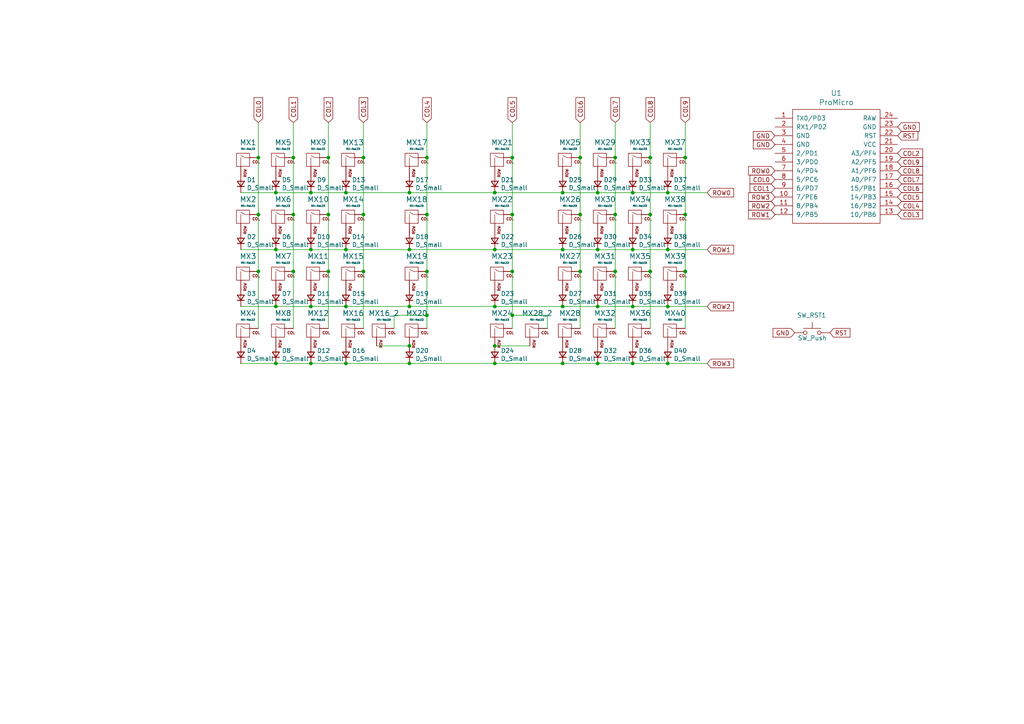
<source format=kicad_sch>
(kicad_sch (version 20211123) (generator eeschema)

  (uuid 909b030b-fa1a-4fe8-b1ee-422b4d9e23cf)

  (paper "A4")

  (title_block
    (title "Electrolyte")
    (date "2023-02-08")
    (rev "v1.fun")
  )

  (lib_symbols
    (symbol "Device:D_Small" (pin_numbers hide) (pin_names (offset 0.254) hide) (in_bom yes) (on_board yes)
      (property "Reference" "D" (id 0) (at -1.27 2.032 0)
        (effects (font (size 1.27 1.27)) (justify left))
      )
      (property "Value" "D_Small" (id 1) (at -3.81 -2.032 0)
        (effects (font (size 1.27 1.27)) (justify left))
      )
      (property "Footprint" "" (id 2) (at 0 0 90)
        (effects (font (size 1.27 1.27)) hide)
      )
      (property "Datasheet" "~" (id 3) (at 0 0 90)
        (effects (font (size 1.27 1.27)) hide)
      )
      (property "ki_keywords" "diode" (id 4) (at 0 0 0)
        (effects (font (size 1.27 1.27)) hide)
      )
      (property "ki_description" "Diode, small symbol" (id 5) (at 0 0 0)
        (effects (font (size 1.27 1.27)) hide)
      )
      (property "ki_fp_filters" "TO-???* *_Diode_* *SingleDiode* D_*" (id 6) (at 0 0 0)
        (effects (font (size 1.27 1.27)) hide)
      )
      (symbol "D_Small_0_1"
        (polyline
          (pts
            (xy -0.762 -1.016)
            (xy -0.762 1.016)
          )
          (stroke (width 0.254) (type default) (color 0 0 0 0))
          (fill (type none))
        )
        (polyline
          (pts
            (xy -0.762 0)
            (xy 0.762 0)
          )
          (stroke (width 0) (type default) (color 0 0 0 0))
          (fill (type none))
        )
        (polyline
          (pts
            (xy 0.762 -1.016)
            (xy -0.762 0)
            (xy 0.762 1.016)
            (xy 0.762 -1.016)
          )
          (stroke (width 0.254) (type default) (color 0 0 0 0))
          (fill (type none))
        )
      )
      (symbol "D_Small_1_1"
        (pin passive line (at -2.54 0 0) (length 1.778)
          (name "K" (effects (font (size 1.27 1.27))))
          (number "1" (effects (font (size 1.27 1.27))))
        )
        (pin passive line (at 2.54 0 180) (length 1.778)
          (name "A" (effects (font (size 1.27 1.27))))
          (number "2" (effects (font (size 1.27 1.27))))
        )
      )
    )
    (symbol "MX_Alps_Hybrid:MX-NoLED" (pin_names (offset 1.016)) (in_bom yes) (on_board yes)
      (property "Reference" "MX" (id 0) (at -0.635 3.81 0)
        (effects (font (size 1.524 1.524)))
      )
      (property "Value" "MX_Alps_Hybrid_MX-NoLED" (id 1) (at -0.635 1.27 0)
        (effects (font (size 0.508 0.508)))
      )
      (property "Footprint" "" (id 2) (at -15.875 -0.635 0)
        (effects (font (size 1.524 1.524)) hide)
      )
      (property "Datasheet" "" (id 3) (at -15.875 -0.635 0)
        (effects (font (size 1.524 1.524)) hide)
      )
      (symbol "MX-NoLED_0_0"
        (rectangle (start -2.54 2.54) (end 1.27 -1.27)
          (stroke (width 0) (type default) (color 0 0 0 0))
          (fill (type none))
        )
        (polyline
          (pts
            (xy -1.27 -1.27)
            (xy -1.27 1.27)
          )
          (stroke (width 0.127) (type default) (color 0 0 0 0))
          (fill (type none))
        )
        (polyline
          (pts
            (xy 1.27 1.27)
            (xy 0 1.27)
            (xy -1.27 1.905)
          )
          (stroke (width 0.127) (type default) (color 0 0 0 0))
          (fill (type none))
        )
        (text "COL" (at 3.175 0 0)
          (effects (font (size 0.762 0.762)))
        )
        (text "ROW" (at 0 -1.905 900)
          (effects (font (size 0.762 0.762)) (justify right))
        )
      )
      (symbol "MX-NoLED_1_1"
        (pin passive line (at 3.81 1.27 180) (length 2.54)
          (name "COL" (effects (font (size 0 0))))
          (number "1" (effects (font (size 0 0))))
        )
        (pin passive line (at -1.27 -3.81 90) (length 2.54)
          (name "ROW" (effects (font (size 0 0))))
          (number "2" (effects (font (size 0 0))))
        )
      )
    )
    (symbol "Switch:SW_Push" (pin_numbers hide) (pin_names (offset 1.016) hide) (in_bom yes) (on_board yes)
      (property "Reference" "SW" (id 0) (at 1.27 2.54 0)
        (effects (font (size 1.27 1.27)) (justify left))
      )
      (property "Value" "SW_Push" (id 1) (at 0 -1.524 0)
        (effects (font (size 1.27 1.27)))
      )
      (property "Footprint" "" (id 2) (at 0 5.08 0)
        (effects (font (size 1.27 1.27)) hide)
      )
      (property "Datasheet" "~" (id 3) (at 0 5.08 0)
        (effects (font (size 1.27 1.27)) hide)
      )
      (property "ki_keywords" "switch normally-open pushbutton push-button" (id 4) (at 0 0 0)
        (effects (font (size 1.27 1.27)) hide)
      )
      (property "ki_description" "Push button switch, generic, two pins" (id 5) (at 0 0 0)
        (effects (font (size 1.27 1.27)) hide)
      )
      (symbol "SW_Push_0_1"
        (circle (center -2.032 0) (radius 0.508)
          (stroke (width 0) (type default) (color 0 0 0 0))
          (fill (type none))
        )
        (polyline
          (pts
            (xy 0 1.27)
            (xy 0 3.048)
          )
          (stroke (width 0) (type default) (color 0 0 0 0))
          (fill (type none))
        )
        (polyline
          (pts
            (xy 2.54 1.27)
            (xy -2.54 1.27)
          )
          (stroke (width 0) (type default) (color 0 0 0 0))
          (fill (type none))
        )
        (circle (center 2.032 0) (radius 0.508)
          (stroke (width 0) (type default) (color 0 0 0 0))
          (fill (type none))
        )
        (pin passive line (at -5.08 0 0) (length 2.54)
          (name "1" (effects (font (size 1.27 1.27))))
          (number "1" (effects (font (size 1.27 1.27))))
        )
        (pin passive line (at 5.08 0 180) (length 2.54)
          (name "2" (effects (font (size 1.27 1.27))))
          (number "2" (effects (font (size 1.27 1.27))))
        )
      )
    )
    (symbol "keebio:ProMicro" (pin_names (offset 1.016)) (in_bom yes) (on_board yes)
      (property "Reference" "U" (id 0) (at 0 0 0)
        (effects (font (size 1.524 1.524)))
      )
      (property "Value" "keebio_ProMicro" (id 1) (at 0 -19.05 0)
        (effects (font (size 1.524 1.524)))
      )
      (property "Footprint" "" (id 2) (at 26.67 -63.5 90)
        (effects (font (size 1.524 1.524)) hide)
      )
      (property "Datasheet" "" (id 3) (at 26.67 -63.5 90)
        (effects (font (size 1.524 1.524)) hide)
      )
      (symbol "ProMicro_0_1"
        (rectangle (start -12.7 -16.51) (end 12.7 16.51)
          (stroke (width 0) (type default) (color 0 0 0 0))
          (fill (type none))
        )
      )
      (symbol "ProMicro_1_1"
        (pin input line (at -17.78 13.97 0) (length 5.08)
          (name "TX0/PD3" (effects (font (size 1.27 1.27))))
          (number "1" (effects (font (size 1.27 1.27))))
        )
        (pin input line (at -17.78 -8.89 0) (length 5.08)
          (name "7/PE6" (effects (font (size 1.27 1.27))))
          (number "10" (effects (font (size 1.27 1.27))))
        )
        (pin input line (at -17.78 -11.43 0) (length 5.08)
          (name "8/PB4" (effects (font (size 1.27 1.27))))
          (number "11" (effects (font (size 1.27 1.27))))
        )
        (pin input line (at -17.78 -13.97 0) (length 5.08)
          (name "9/PB5" (effects (font (size 1.27 1.27))))
          (number "12" (effects (font (size 1.27 1.27))))
        )
        (pin input line (at 17.78 -13.97 180) (length 5.08)
          (name "10/PB6" (effects (font (size 1.27 1.27))))
          (number "13" (effects (font (size 1.27 1.27))))
        )
        (pin input line (at 17.78 -11.43 180) (length 5.08)
          (name "16/PB2" (effects (font (size 1.27 1.27))))
          (number "14" (effects (font (size 1.27 1.27))))
        )
        (pin input line (at 17.78 -8.89 180) (length 5.08)
          (name "14/PB3" (effects (font (size 1.27 1.27))))
          (number "15" (effects (font (size 1.27 1.27))))
        )
        (pin input line (at 17.78 -6.35 180) (length 5.08)
          (name "15/PB1" (effects (font (size 1.27 1.27))))
          (number "16" (effects (font (size 1.27 1.27))))
        )
        (pin input line (at 17.78 -3.81 180) (length 5.08)
          (name "A0/PF7" (effects (font (size 1.27 1.27))))
          (number "17" (effects (font (size 1.27 1.27))))
        )
        (pin input line (at 17.78 -1.27 180) (length 5.08)
          (name "A1/PF6" (effects (font (size 1.27 1.27))))
          (number "18" (effects (font (size 1.27 1.27))))
        )
        (pin input line (at 17.78 1.27 180) (length 5.08)
          (name "A2/PF5" (effects (font (size 1.27 1.27))))
          (number "19" (effects (font (size 1.27 1.27))))
        )
        (pin input line (at -17.78 11.43 0) (length 5.08)
          (name "RX1/PD2" (effects (font (size 1.27 1.27))))
          (number "2" (effects (font (size 1.27 1.27))))
        )
        (pin input line (at 17.78 3.81 180) (length 5.08)
          (name "A3/PF4" (effects (font (size 1.27 1.27))))
          (number "20" (effects (font (size 1.27 1.27))))
        )
        (pin input line (at 17.78 6.35 180) (length 5.08)
          (name "VCC" (effects (font (size 1.27 1.27))))
          (number "21" (effects (font (size 1.27 1.27))))
        )
        (pin input line (at 17.78 8.89 180) (length 5.08)
          (name "RST" (effects (font (size 1.27 1.27))))
          (number "22" (effects (font (size 1.27 1.27))))
        )
        (pin input line (at 17.78 11.43 180) (length 5.08)
          (name "GND" (effects (font (size 1.27 1.27))))
          (number "23" (effects (font (size 1.27 1.27))))
        )
        (pin input line (at 17.78 13.97 180) (length 5.08)
          (name "RAW" (effects (font (size 1.27 1.27))))
          (number "24" (effects (font (size 1.27 1.27))))
        )
        (pin input line (at -17.78 8.89 0) (length 5.08)
          (name "GND" (effects (font (size 1.27 1.27))))
          (number "3" (effects (font (size 1.27 1.27))))
        )
        (pin input line (at -17.78 6.35 0) (length 5.08)
          (name "GND" (effects (font (size 1.27 1.27))))
          (number "4" (effects (font (size 1.27 1.27))))
        )
        (pin input line (at -17.78 3.81 0) (length 5.08)
          (name "2/PD1" (effects (font (size 1.27 1.27))))
          (number "5" (effects (font (size 1.27 1.27))))
        )
        (pin input line (at -17.78 1.27 0) (length 5.08)
          (name "3/PD0" (effects (font (size 1.27 1.27))))
          (number "6" (effects (font (size 1.27 1.27))))
        )
        (pin input line (at -17.78 -1.27 0) (length 5.08)
          (name "4/PD4" (effects (font (size 1.27 1.27))))
          (number "7" (effects (font (size 1.27 1.27))))
        )
        (pin input line (at -17.78 -3.81 0) (length 5.08)
          (name "5/PC6" (effects (font (size 1.27 1.27))))
          (number "8" (effects (font (size 1.27 1.27))))
        )
        (pin input line (at -17.78 -6.35 0) (length 5.08)
          (name "6/PD7" (effects (font (size 1.27 1.27))))
          (number "9" (effects (font (size 1.27 1.27))))
        )
      )
    )
  )

  (junction (at 178.435 78.74) (diameter 0) (color 0 0 0 0)
    (uuid 009a4fb4-fcc0-4623-ae5d-c1bae3219583)
  )
  (junction (at 163.195 72.39) (diameter 0) (color 0 0 0 0)
    (uuid 03c7f780-fc1b-487a-b30d-567d6c09fdc8)
  )
  (junction (at 90.17 105.41) (diameter 0) (color 0 0 0 0)
    (uuid 0bcafe80-ffba-4f1e-ae51-95a595b006db)
  )
  (junction (at 118.745 55.88) (diameter 0) (color 0 0 0 0)
    (uuid 0f31f11f-c374-4640-b9a4-07bbdba8d354)
  )
  (junction (at 183.515 72.39) (diameter 0) (color 0 0 0 0)
    (uuid 0fdc6f30-77bc-4e9b-8665-c8aa9acf5bf9)
  )
  (junction (at 173.355 55.88) (diameter 0) (color 0 0 0 0)
    (uuid 19b0959e-a79b-43b2-a5ad-525ced7e9131)
  )
  (junction (at 90.17 88.9) (diameter 0) (color 0 0 0 0)
    (uuid 1c68b844-c861-46b7-b734-0242168a4220)
  )
  (junction (at 123.825 62.23) (diameter 0) (color 0 0 0 0)
    (uuid 20cca02e-4c4d-4961-b6b4-b40a1731b220)
  )
  (junction (at 143.51 88.9) (diameter 0) (color 0 0 0 0)
    (uuid 224768bc-6009-43ba-aa4a-70cbaa15b5a3)
  )
  (junction (at 118.745 100.33) (diameter 0) (color 0 0 0 0)
    (uuid 2507c447-05e7-4f95-a97c-91362f8d00f5)
  )
  (junction (at 198.755 45.72) (diameter 0) (color 0 0 0 0)
    (uuid 25e5aa8e-2696-44a3-8d3c-c2c53f2923cf)
  )
  (junction (at 105.41 78.74) (diameter 0) (color 0 0 0 0)
    (uuid 2d697cf0-e02e-4ed1-a048-a704dab0ee43)
  )
  (junction (at 74.93 62.23) (diameter 0) (color 0 0 0 0)
    (uuid 2e842263-c0ba-46fd-a760-6624d4c78278)
  )
  (junction (at 74.93 45.72) (diameter 0) (color 0 0 0 0)
    (uuid 309b3bff-19c8-41ec-a84d-63399c649f46)
  )
  (junction (at 183.515 55.88) (diameter 0) (color 0 0 0 0)
    (uuid 31540a7e-dc9e-4e4d-96b1-dab15efa5f4b)
  )
  (junction (at 193.675 88.9) (diameter 0) (color 0 0 0 0)
    (uuid 34d03349-6d78-4165-a683-2d8b76f2bae8)
  )
  (junction (at 143.51 100.33) (diameter 0) (color 0 0 0 0)
    (uuid 3611d7f7-a613-4597-84c1-bb563fc7aceb)
  )
  (junction (at 178.435 62.23) (diameter 0) (color 0 0 0 0)
    (uuid 37f31dec-63fc-4634-a141-5dc5d2b60fe4)
  )
  (junction (at 105.41 62.23) (diameter 0) (color 0 0 0 0)
    (uuid 40b14a16-fb82-4b9d-89dd-55cd98abb5cc)
  )
  (junction (at 74.93 78.74) (diameter 0) (color 0 0 0 0)
    (uuid 4632212f-13ce-4392-bc68-ccb9ba333770)
  )
  (junction (at 148.59 78.74) (diameter 0) (color 0 0 0 0)
    (uuid 4e315e69-0417-463a-8b7f-469a08d1496e)
  )
  (junction (at 168.275 45.72) (diameter 0) (color 0 0 0 0)
    (uuid 4fa10683-33cd-4dcd-8acc-2415cd63c62a)
  )
  (junction (at 123.825 45.72) (diameter 0) (color 0 0 0 0)
    (uuid 592f25e6-a01b-47fd-8172-3da01117d00a)
  )
  (junction (at 95.25 62.23) (diameter 0) (color 0 0 0 0)
    (uuid 5edcefbe-9766-42c8-9529-28d0ec865573)
  )
  (junction (at 100.33 55.88) (diameter 0) (color 0 0 0 0)
    (uuid 5fc9acb6-6dbb-4598-825b-4b9e7c4c67c4)
  )
  (junction (at 80.01 72.39) (diameter 0) (color 0 0 0 0)
    (uuid 6b7c1048-12b6-46b2-b762-fa3ad30472dd)
  )
  (junction (at 80.01 55.88) (diameter 0) (color 0 0 0 0)
    (uuid 6d1d60ff-408a-47a7-892f-c5cf9ef6ca75)
  )
  (junction (at 105.41 45.72) (diameter 0) (color 0 0 0 0)
    (uuid 6e68f0cd-800e-4167-9553-71fc59da1eeb)
  )
  (junction (at 100.33 72.39) (diameter 0) (color 0 0 0 0)
    (uuid 700e8b73-5976-423f-a3f3-ab3d9f3e9760)
  )
  (junction (at 183.515 105.41) (diameter 0) (color 0 0 0 0)
    (uuid 71989e06-8659-4605-b2da-4f729cc41263)
  )
  (junction (at 118.745 88.9) (diameter 0) (color 0 0 0 0)
    (uuid 752417ee-7d0b-4ac8-a22c-26669881a2ab)
  )
  (junction (at 118.745 72.39) (diameter 0) (color 0 0 0 0)
    (uuid 79e31048-072a-4a40-a625-26bb0b5f046b)
  )
  (junction (at 188.595 62.23) (diameter 0) (color 0 0 0 0)
    (uuid 7afa54c4-2181-41d3-81f7-39efc497ecae)
  )
  (junction (at 85.09 62.23) (diameter 0) (color 0 0 0 0)
    (uuid 7b044939-8c4d-444f-b9e0-a15fcdeb5a86)
  )
  (junction (at 163.195 55.88) (diameter 0) (color 0 0 0 0)
    (uuid 7c04618d-9115-4179-b234-a8faf854ea92)
  )
  (junction (at 95.25 78.74) (diameter 0) (color 0 0 0 0)
    (uuid 81a15393-727e-448b-a777-b18773023d89)
  )
  (junction (at 80.01 105.41) (diameter 0) (color 0 0 0 0)
    (uuid 86dc7a78-7d51-4111-9eea-8a8f7977eb16)
  )
  (junction (at 85.09 78.74) (diameter 0) (color 0 0 0 0)
    (uuid 89e83c2e-e90a-4a50-b278-880bac0cfb49)
  )
  (junction (at 168.275 62.23) (diameter 0) (color 0 0 0 0)
    (uuid 8bc2c25a-a1f1-4ce8-b96a-a4f8f4c35079)
  )
  (junction (at 148.59 45.72) (diameter 0) (color 0 0 0 0)
    (uuid 926001fd-2747-4639-8c0f-4fc46ff7218d)
  )
  (junction (at 85.09 45.72) (diameter 0) (color 0 0 0 0)
    (uuid 935f462d-8b1e-4005-9f1e-17f537ab1756)
  )
  (junction (at 123.825 78.74) (diameter 0) (color 0 0 0 0)
    (uuid a29f8df0-3fae-4edf-8d9c-bd5a875b13e3)
  )
  (junction (at 198.755 62.23) (diameter 0) (color 0 0 0 0)
    (uuid a6ccc556-da88-4006-ae1a-cc35733efef3)
  )
  (junction (at 183.515 88.9) (diameter 0) (color 0 0 0 0)
    (uuid a7531a95-7ca1-4f34-955e-18120cec99e6)
  )
  (junction (at 143.51 105.41) (diameter 0) (color 0 0 0 0)
    (uuid aa79024d-ca7e-4c24-b127-7df08bbd0c75)
  )
  (junction (at 123.825 91.44) (diameter 0) (color 0 0 0 0)
    (uuid b07b9ef8-d0ce-4207-83c5-54e0af2aa6ed)
  )
  (junction (at 148.59 91.44) (diameter 0) (color 0 0 0 0)
    (uuid b2bc4789-c3c4-4107-bedc-a04c03b3ec11)
  )
  (junction (at 100.33 88.9) (diameter 0) (color 0 0 0 0)
    (uuid b5071759-a4d7-4769-be02-251f23cd4454)
  )
  (junction (at 173.355 72.39) (diameter 0) (color 0 0 0 0)
    (uuid b9bb0e73-161a-4d06-b6eb-a9f66d8a95f5)
  )
  (junction (at 95.25 45.72) (diameter 0) (color 0 0 0 0)
    (uuid c1c799a0-3c93-493a-9ad7-8a0561bc69ee)
  )
  (junction (at 178.435 45.72) (diameter 0) (color 0 0 0 0)
    (uuid c24d6ac8-802d-4df3-a210-9cb1f693e865)
  )
  (junction (at 118.745 105.41) (diameter 0) (color 0 0 0 0)
    (uuid c49d23ab-146d-4089-864f-2d22b5b414b9)
  )
  (junction (at 163.195 88.9) (diameter 0) (color 0 0 0 0)
    (uuid d21cc5e4-177a-4e1d-a8d5-060ed33e5b8e)
  )
  (junction (at 80.01 88.9) (diameter 0) (color 0 0 0 0)
    (uuid d2d7bea6-0c22-495f-8666-323b30e03150)
  )
  (junction (at 148.59 62.23) (diameter 0) (color 0 0 0 0)
    (uuid d39d813e-3e64-490c-ba5c-a64bb5ad6bd0)
  )
  (junction (at 100.33 105.41) (diameter 0) (color 0 0 0 0)
    (uuid da25bf79-0abb-4fac-a221-ca5c574dfc29)
  )
  (junction (at 198.755 78.74) (diameter 0) (color 0 0 0 0)
    (uuid dc2801a1-d539-4721-b31f-fe196b9f13df)
  )
  (junction (at 193.675 72.39) (diameter 0) (color 0 0 0 0)
    (uuid e0f06b5c-de63-4833-a591-ca9e19217a35)
  )
  (junction (at 173.355 88.9) (diameter 0) (color 0 0 0 0)
    (uuid e1c30a32-820e-4b17-aec9-5cb8b76f0ccc)
  )
  (junction (at 143.51 55.88) (diameter 0) (color 0 0 0 0)
    (uuid e4d2f565-25a0-48c6-be59-f4bf31ad2558)
  )
  (junction (at 90.17 72.39) (diameter 0) (color 0 0 0 0)
    (uuid e5203297-b913-4288-a576-12a92185cb52)
  )
  (junction (at 188.595 78.74) (diameter 0) (color 0 0 0 0)
    (uuid e54e5e19-1deb-49a9-8629-617db8e434c0)
  )
  (junction (at 188.595 45.72) (diameter 0) (color 0 0 0 0)
    (uuid eae0ab9f-65b2-44d3-aba7-873c3227fba7)
  )
  (junction (at 193.675 105.41) (diameter 0) (color 0 0 0 0)
    (uuid eae14f5f-515c-4a6f-ad0e-e8ef233d14bf)
  )
  (junction (at 168.275 78.74) (diameter 0) (color 0 0 0 0)
    (uuid eee16674-2d21-45b6-ab5e-d669125df26c)
  )
  (junction (at 193.675 55.88) (diameter 0) (color 0 0 0 0)
    (uuid f1447ad6-651c-45be-a2d6-33bddf672c2c)
  )
  (junction (at 173.355 105.41) (diameter 0) (color 0 0 0 0)
    (uuid f66398f1-1ae7-4d4d-939f-958c174c6bce)
  )
  (junction (at 143.51 72.39) (diameter 0) (color 0 0 0 0)
    (uuid f7667b23-296e-4362-a7e3-949632c8954b)
  )
  (junction (at 163.195 105.41) (diameter 0) (color 0 0 0 0)
    (uuid f78e02cd-9600-4173-be8d-67e530b5d19f)
  )
  (junction (at 90.17 55.88) (diameter 0) (color 0 0 0 0)
    (uuid f9403623-c00c-4b71-bc5c-d763ff009386)
  )

  (wire (pts (xy 148.59 91.44) (xy 148.59 78.74))
    (stroke (width 0) (type default) (color 0 0 0 0))
    (uuid 000602c2-faf5-49e7-9dca-288a435318ba)
  )
  (wire (pts (xy 90.17 105.41) (xy 100.33 105.41))
    (stroke (width 0) (type default) (color 0 0 0 0))
    (uuid 026ac84e-b8b2-4dd2-b675-8323c24fd778)
  )
  (wire (pts (xy 85.09 45.72) (xy 85.09 35.56))
    (stroke (width 0) (type default) (color 0 0 0 0))
    (uuid 0325ec43-0390-4ae2-b055-b1ec6ce17b1c)
  )
  (wire (pts (xy 85.09 95.25) (xy 85.09 78.74))
    (stroke (width 0) (type default) (color 0 0 0 0))
    (uuid 057af6bb-cf6f-4bfb-b0c0-2e92a2c09a47)
  )
  (wire (pts (xy 198.755 62.23) (xy 198.755 45.72))
    (stroke (width 0) (type default) (color 0 0 0 0))
    (uuid 065b9982-55f2-4822-977e-07e8a06e7b35)
  )
  (wire (pts (xy 148.59 78.74) (xy 148.59 62.23))
    (stroke (width 0) (type default) (color 0 0 0 0))
    (uuid 071522c0-d0ed-49b9-906e-6295f67fb0dc)
  )
  (wire (pts (xy 173.355 105.41) (xy 183.515 105.41))
    (stroke (width 0) (type default) (color 0 0 0 0))
    (uuid 088f77ba-fca9-42b3-876e-a6937267f957)
  )
  (wire (pts (xy 183.515 72.39) (xy 193.675 72.39))
    (stroke (width 0) (type default) (color 0 0 0 0))
    (uuid 0ae82096-0994-4fb0-9a2a-d4ac4804abac)
  )
  (wire (pts (xy 123.825 91.44) (xy 123.825 78.74))
    (stroke (width 0) (type default) (color 0 0 0 0))
    (uuid 0c480e52-c2a3-41a2-8f13-3fd90a006434)
  )
  (wire (pts (xy 69.85 72.39) (xy 80.01 72.39))
    (stroke (width 0) (type default) (color 0 0 0 0))
    (uuid 0cc45b5b-96b3-4284-9cae-a3a9e324a916)
  )
  (wire (pts (xy 80.01 88.9) (xy 90.17 88.9))
    (stroke (width 0) (type default) (color 0 0 0 0))
    (uuid 0f324b67-75ef-407f-8dbc-3c1fc5c2abba)
  )
  (wire (pts (xy 173.355 55.88) (xy 183.515 55.88))
    (stroke (width 0) (type default) (color 0 0 0 0))
    (uuid 109caac1-5036-4f23-9a66-f569d871501b)
  )
  (wire (pts (xy 148.59 91.44) (xy 158.75 91.44))
    (stroke (width 0) (type default) (color 0 0 0 0))
    (uuid 140bd3e9-dd1a-4658-b749-70ef695473da)
  )
  (wire (pts (xy 74.93 62.23) (xy 74.93 45.72))
    (stroke (width 0) (type default) (color 0 0 0 0))
    (uuid 173f6f06-e7d0-42ac-ab03-ce6b79b9eeee)
  )
  (wire (pts (xy 100.33 55.88) (xy 118.745 55.88))
    (stroke (width 0) (type default) (color 0 0 0 0))
    (uuid 18b7e157-ae67-48ad-bd7c-9fef6fe45b22)
  )
  (wire (pts (xy 90.17 72.39) (xy 100.33 72.39))
    (stroke (width 0) (type default) (color 0 0 0 0))
    (uuid 1f8b2c0c-b042-4e2e-80f6-4959a27b238f)
  )
  (wire (pts (xy 105.41 78.74) (xy 105.41 62.23))
    (stroke (width 0) (type default) (color 0 0 0 0))
    (uuid 240c10af-51b5-420e-a6f4-a2c8f5db1db5)
  )
  (wire (pts (xy 95.25 95.25) (xy 95.25 78.74))
    (stroke (width 0) (type default) (color 0 0 0 0))
    (uuid 262f1ea9-0133-4b43-be36-456207ea857c)
  )
  (wire (pts (xy 143.51 105.41) (xy 163.195 105.41))
    (stroke (width 0) (type default) (color 0 0 0 0))
    (uuid 26801cfb-b53b-4a6a-a2f4-5f4986565765)
  )
  (wire (pts (xy 188.595 95.25) (xy 188.595 78.74))
    (stroke (width 0) (type default) (color 0 0 0 0))
    (uuid 2dc54bac-8640-4dd7-b8ed-3c7acb01a8ea)
  )
  (wire (pts (xy 100.33 105.41) (xy 118.745 105.41))
    (stroke (width 0) (type default) (color 0 0 0 0))
    (uuid 34cdc1c9-c9e2-44c4-9677-c1c7d7efd83d)
  )
  (wire (pts (xy 69.85 105.41) (xy 80.01 105.41))
    (stroke (width 0) (type default) (color 0 0 0 0))
    (uuid 37b6c6d6-3e12-4736-912a-ea6e2bf06721)
  )
  (wire (pts (xy 173.355 72.39) (xy 183.515 72.39))
    (stroke (width 0) (type default) (color 0 0 0 0))
    (uuid 4107d40a-e5df-4255-aacc-13f9928e090c)
  )
  (wire (pts (xy 80.01 72.39) (xy 90.17 72.39))
    (stroke (width 0) (type default) (color 0 0 0 0))
    (uuid 4a850cb6-bb24-4274-a902-e49f34f0a0e3)
  )
  (wire (pts (xy 90.17 88.9) (xy 100.33 88.9))
    (stroke (width 0) (type default) (color 0 0 0 0))
    (uuid 4b03e854-02fe-44cc-bece-f8268b7cae54)
  )
  (wire (pts (xy 114.3 91.44) (xy 123.825 91.44))
    (stroke (width 0) (type default) (color 0 0 0 0))
    (uuid 4c3e98e8-fa31-4d8e-8076-91842e418316)
  )
  (wire (pts (xy 123.825 95.25) (xy 123.825 91.44))
    (stroke (width 0) (type default) (color 0 0 0 0))
    (uuid 503dbd88-3e6b-48cc-a2ea-a6e28b52a1f7)
  )
  (wire (pts (xy 123.825 62.23) (xy 123.825 45.72))
    (stroke (width 0) (type default) (color 0 0 0 0))
    (uuid 5487601b-81d3-4c70-8f3d-cf9df9c63302)
  )
  (wire (pts (xy 109.22 100.33) (xy 118.745 100.33))
    (stroke (width 0) (type default) (color 0 0 0 0))
    (uuid 564accab-9ac7-4512-8248-38e4d1c75ddc)
  )
  (wire (pts (xy 85.09 62.23) (xy 85.09 45.72))
    (stroke (width 0) (type default) (color 0 0 0 0))
    (uuid 576c6616-e95d-4f1e-8ead-dea30fcdc8c2)
  )
  (wire (pts (xy 148.59 95.25) (xy 148.59 91.44))
    (stroke (width 0) (type default) (color 0 0 0 0))
    (uuid 597a11f2-5d2c-4a65-ac95-38ad106e1367)
  )
  (wire (pts (xy 148.59 45.72) (xy 148.59 35.56))
    (stroke (width 0) (type default) (color 0 0 0 0))
    (uuid 59ec3156-036e-4049-89db-91a9dd07095f)
  )
  (wire (pts (xy 114.3 91.44) (xy 114.3 95.25))
    (stroke (width 0) (type default) (color 0 0 0 0))
    (uuid 5f15ff59-0e0d-4c4b-b121-f0fe01bd4705)
  )
  (wire (pts (xy 188.595 62.23) (xy 188.595 45.72))
    (stroke (width 0) (type default) (color 0 0 0 0))
    (uuid 609b9e1b-4e3b-42b7-ac76-a62ec4d0e7c7)
  )
  (wire (pts (xy 105.41 78.74) (xy 105.41 95.25))
    (stroke (width 0) (type default) (color 0 0 0 0))
    (uuid 64b3b2f1-e5b1-4158-bda6-841a7222f278)
  )
  (wire (pts (xy 105.41 45.72) (xy 105.41 35.56))
    (stroke (width 0) (type default) (color 0 0 0 0))
    (uuid 658dad07-97fd-466c-8b49-21892ac96ea4)
  )
  (wire (pts (xy 148.59 62.23) (xy 148.59 45.72))
    (stroke (width 0) (type default) (color 0 0 0 0))
    (uuid 6a2b20ae-096c-4d9f-92f8-2087c865914f)
  )
  (wire (pts (xy 198.755 95.25) (xy 198.755 78.74))
    (stroke (width 0) (type default) (color 0 0 0 0))
    (uuid 6bf05d19-ba3e-4ba6-8a6f-4e0bc45ea3b2)
  )
  (wire (pts (xy 193.675 105.41) (xy 205.105 105.41))
    (stroke (width 0) (type default) (color 0 0 0 0))
    (uuid 6e435cd4-da2b-4602-a0aa-5dd988834dff)
  )
  (wire (pts (xy 163.195 105.41) (xy 173.355 105.41))
    (stroke (width 0) (type default) (color 0 0 0 0))
    (uuid 6f80f798-dc24-438f-a1eb-4ee2936267c8)
  )
  (wire (pts (xy 188.595 45.72) (xy 188.595 35.56))
    (stroke (width 0) (type default) (color 0 0 0 0))
    (uuid 70fb572d-d5ec-41e7-9482-63d4578b4f47)
  )
  (wire (pts (xy 95.25 45.72) (xy 95.25 35.56))
    (stroke (width 0) (type default) (color 0 0 0 0))
    (uuid 721d1be9-236e-470b-ba69-f1cc6c43faf9)
  )
  (wire (pts (xy 158.75 91.44) (xy 158.75 95.25))
    (stroke (width 0) (type default) (color 0 0 0 0))
    (uuid 7a43dac7-3a15-43a0-b61f-713550491918)
  )
  (wire (pts (xy 193.675 72.39) (xy 205.105 72.39))
    (stroke (width 0) (type default) (color 0 0 0 0))
    (uuid 8195a7cf-4576-44dd-9e0e-ee048fdb93dd)
  )
  (wire (pts (xy 178.435 45.72) (xy 178.435 35.56))
    (stroke (width 0) (type default) (color 0 0 0 0))
    (uuid 88668202-3f0b-4d07-84d4-dcd790f57272)
  )
  (wire (pts (xy 173.355 88.9) (xy 183.515 88.9))
    (stroke (width 0) (type default) (color 0 0 0 0))
    (uuid 88d2c4b8-79f2-4e8b-9f70-b7e0ed9c70f8)
  )
  (wire (pts (xy 163.195 88.9) (xy 173.355 88.9))
    (stroke (width 0) (type default) (color 0 0 0 0))
    (uuid 89c0bc4d-eee5-4a77-ac35-d30b35db5cbe)
  )
  (wire (pts (xy 74.93 45.72) (xy 74.93 35.56))
    (stroke (width 0) (type default) (color 0 0 0 0))
    (uuid 8c0807a7-765b-4fa5-baaa-e09a2b610e6b)
  )
  (wire (pts (xy 183.515 55.88) (xy 193.675 55.88))
    (stroke (width 0) (type default) (color 0 0 0 0))
    (uuid 8c1605f9-6c91-4701-96bf-e753661d5e23)
  )
  (wire (pts (xy 178.435 62.23) (xy 178.435 45.72))
    (stroke (width 0) (type default) (color 0 0 0 0))
    (uuid 91c1eb0a-67ae-4ef0-95ce-d060a03a7313)
  )
  (wire (pts (xy 198.755 78.74) (xy 198.755 62.23))
    (stroke (width 0) (type default) (color 0 0 0 0))
    (uuid 970e0f64-111f-41e3-9f5a-fb0d0f6fa101)
  )
  (wire (pts (xy 118.745 55.88) (xy 143.51 55.88))
    (stroke (width 0) (type default) (color 0 0 0 0))
    (uuid 998b7fa5-31a5-472e-9572-49d5226d6098)
  )
  (wire (pts (xy 143.51 100.33) (xy 153.67 100.33))
    (stroke (width 0) (type default) (color 0 0 0 0))
    (uuid 99d1792a-335f-4858-8a4d-8ff8056d8fff)
  )
  (wire (pts (xy 183.515 105.41) (xy 193.675 105.41))
    (stroke (width 0) (type default) (color 0 0 0 0))
    (uuid 9a0b74a5-4879-4b51-8e8e-6d85a0107422)
  )
  (wire (pts (xy 168.275 45.72) (xy 168.275 35.56))
    (stroke (width 0) (type default) (color 0 0 0 0))
    (uuid 9cbf35b8-f4d3-42a3-bb16-04ffd03fd8fd)
  )
  (wire (pts (xy 118.745 88.9) (xy 143.51 88.9))
    (stroke (width 0) (type default) (color 0 0 0 0))
    (uuid 9f80220c-1612-4589-b9ca-a5579617bdb8)
  )
  (wire (pts (xy 198.755 45.72) (xy 198.755 35.56))
    (stroke (width 0) (type default) (color 0 0 0 0))
    (uuid a24ddb4f-c217-42ca-b6cb-d12da84fb2b9)
  )
  (wire (pts (xy 95.25 78.74) (xy 95.25 62.23))
    (stroke (width 0) (type default) (color 0 0 0 0))
    (uuid a4f86a46-3bc8-4daa-9125-a63f297eb114)
  )
  (wire (pts (xy 90.17 55.88) (xy 100.33 55.88))
    (stroke (width 0) (type default) (color 0 0 0 0))
    (uuid a53767ed-bb28-4f90-abe0-e0ea734812a4)
  )
  (wire (pts (xy 85.09 78.74) (xy 85.09 62.23))
    (stroke (width 0) (type default) (color 0 0 0 0))
    (uuid a5e521b9-814e-4853-a5ac-f158785c6269)
  )
  (wire (pts (xy 168.275 78.74) (xy 168.275 95.25))
    (stroke (width 0) (type default) (color 0 0 0 0))
    (uuid ac9b9388-6f69-40e7-8d45-3ccd0bc19f9a)
  )
  (wire (pts (xy 168.275 62.23) (xy 168.275 45.72))
    (stroke (width 0) (type default) (color 0 0 0 0))
    (uuid b1ddb058-f7b2-429c-9489-f4e2242ad7e5)
  )
  (wire (pts (xy 100.33 72.39) (xy 118.745 72.39))
    (stroke (width 0) (type default) (color 0 0 0 0))
    (uuid b4300db7-1220-431a-b7c3-2edbdf8fa6fc)
  )
  (wire (pts (xy 69.85 55.88) (xy 80.01 55.88))
    (stroke (width 0) (type default) (color 0 0 0 0))
    (uuid b6135480-ace6-42b2-9c47-856ef57cded1)
  )
  (wire (pts (xy 188.595 78.74) (xy 188.595 62.23))
    (stroke (width 0) (type default) (color 0 0 0 0))
    (uuid b7867831-ef82-4f33-a926-59e5c1c09b91)
  )
  (wire (pts (xy 143.51 72.39) (xy 163.195 72.39))
    (stroke (width 0) (type default) (color 0 0 0 0))
    (uuid b873bc5d-a9af-4bd9-afcb-87ce4d417120)
  )
  (wire (pts (xy 193.675 88.9) (xy 205.105 88.9))
    (stroke (width 0) (type default) (color 0 0 0 0))
    (uuid bb4b1afc-c46e-451d-8dad-36b7dec82f26)
  )
  (wire (pts (xy 74.93 95.25) (xy 74.93 78.74))
    (stroke (width 0) (type default) (color 0 0 0 0))
    (uuid bd9595a1-04f3-4fda-8f1b-e65ad874edd3)
  )
  (wire (pts (xy 163.195 72.39) (xy 173.355 72.39))
    (stroke (width 0) (type default) (color 0 0 0 0))
    (uuid c04386e0-b49e-4fff-b380-675af13a62cb)
  )
  (wire (pts (xy 105.41 62.23) (xy 105.41 45.72))
    (stroke (width 0) (type default) (color 0 0 0 0))
    (uuid c09938fd-06b9-4771-9f63-2311626243b3)
  )
  (wire (pts (xy 178.435 95.25) (xy 178.435 78.74))
    (stroke (width 0) (type default) (color 0 0 0 0))
    (uuid c106154f-d948-43e5-abfa-e1b96055d91b)
  )
  (wire (pts (xy 118.745 72.39) (xy 143.51 72.39))
    (stroke (width 0) (type default) (color 0 0 0 0))
    (uuid c76d4423-ef1b-4a6f-8176-33d65f2877bb)
  )
  (wire (pts (xy 118.745 105.41) (xy 143.51 105.41))
    (stroke (width 0) (type default) (color 0 0 0 0))
    (uuid c7af8405-da2e-4a34-b9b8-518f342f8995)
  )
  (wire (pts (xy 100.33 88.9) (xy 118.745 88.9))
    (stroke (width 0) (type default) (color 0 0 0 0))
    (uuid cada57e2-1fa7-4b9d-a2a0-2218773d5c50)
  )
  (wire (pts (xy 74.93 78.74) (xy 74.93 62.23))
    (stroke (width 0) (type default) (color 0 0 0 0))
    (uuid cb16d05e-318b-4e51-867b-70d791d75bea)
  )
  (wire (pts (xy 123.825 45.72) (xy 123.825 35.56))
    (stroke (width 0) (type default) (color 0 0 0 0))
    (uuid cb614b23-9af3-4aec-bed8-c1374e001510)
  )
  (wire (pts (xy 178.435 78.74) (xy 178.435 62.23))
    (stroke (width 0) (type default) (color 0 0 0 0))
    (uuid cf386a39-fc62-49dd-8ec5-e044f6bd67ce)
  )
  (wire (pts (xy 80.01 105.41) (xy 90.17 105.41))
    (stroke (width 0) (type default) (color 0 0 0 0))
    (uuid e32ee344-1030-4498-9cac-bfbf7540faf4)
  )
  (wire (pts (xy 123.825 78.74) (xy 123.825 62.23))
    (stroke (width 0) (type default) (color 0 0 0 0))
    (uuid e3fc1e69-a11c-4c84-8952-fefb9372474e)
  )
  (wire (pts (xy 80.01 55.88) (xy 90.17 55.88))
    (stroke (width 0) (type default) (color 0 0 0 0))
    (uuid e4aa537c-eb9d-4dbb-ac87-fae46af42391)
  )
  (wire (pts (xy 143.51 55.88) (xy 163.195 55.88))
    (stroke (width 0) (type default) (color 0 0 0 0))
    (uuid e502d1d5-04b0-4d4b-b5c3-8c52d09668e7)
  )
  (wire (pts (xy 163.195 55.88) (xy 173.355 55.88))
    (stroke (width 0) (type default) (color 0 0 0 0))
    (uuid e67b9f8c-019b-4145-98a4-96545f6bb128)
  )
  (wire (pts (xy 69.85 88.9) (xy 80.01 88.9))
    (stroke (width 0) (type default) (color 0 0 0 0))
    (uuid e7bb7815-0d52-4bb8-b29a-8cf960bd2905)
  )
  (wire (pts (xy 95.25 62.23) (xy 95.25 45.72))
    (stroke (width 0) (type default) (color 0 0 0 0))
    (uuid ec5c2062-3a41-4636-8803-069e60a1641a)
  )
  (wire (pts (xy 168.275 78.74) (xy 168.275 62.23))
    (stroke (width 0) (type default) (color 0 0 0 0))
    (uuid f449bd37-cc90-4487-aee6-2a20b8d2843a)
  )
  (wire (pts (xy 193.675 55.88) (xy 205.105 55.88))
    (stroke (width 0) (type default) (color 0 0 0 0))
    (uuid f6c644f4-3036-41a6-9e14-2c08c079c6cd)
  )
  (wire (pts (xy 183.515 88.9) (xy 193.675 88.9))
    (stroke (width 0) (type default) (color 0 0 0 0))
    (uuid f8fc38ec-0b98-40bc-ae2f-e5cc29973bca)
  )
  (wire (pts (xy 143.51 88.9) (xy 163.195 88.9))
    (stroke (width 0) (type default) (color 0 0 0 0))
    (uuid fef37e8b-0ff0-4da2-8a57-acaf19551d1a)
  )

  (global_label "RST" (shape input) (at 260.35 39.37 0) (fields_autoplaced)
    (effects (font (size 1.27 1.27)) (justify left))
    (uuid 0017e7e9-1ce6-4cd5-870d-b1e15799085d)
    (property "Intersheet References" "${INTERSHEET_REFS}" (id 0) (at 266.1213 39.2906 0)
      (effects (font (size 1.27 1.27)) (justify left) hide)
    )
  )
  (global_label "COL1" (shape input) (at 224.79 54.61 180) (fields_autoplaced)
    (effects (font (size 1.27 1.27)) (justify right))
    (uuid 00f3ea8b-8a54-4e56-84ff-d98f6c00496c)
    (property "Intersheet References" "${INTERSHEET_REFS}" (id 0) (at 0 0 0)
      (effects (font (size 1.27 1.27)) hide)
    )
  )
  (global_label "COL5" (shape input) (at 260.35 57.15 0) (fields_autoplaced)
    (effects (font (size 1.27 1.27)) (justify left))
    (uuid 1199146e-a60b-416a-b503-e77d6d2892f9)
    (property "Intersheet References" "${INTERSHEET_REFS}" (id 0) (at 0 0 0)
      (effects (font (size 1.27 1.27)) hide)
    )
  )
  (global_label "COL3" (shape input) (at 105.41 35.56 90) (fields_autoplaced)
    (effects (font (size 1.27 1.27)) (justify left))
    (uuid 155b0b7c-70b4-4a26-a550-bac13cab0aa4)
    (property "Intersheet References" "${INTERSHEET_REFS}" (id 0) (at -24.13 0 0)
      (effects (font (size 1.27 1.27)) hide)
    )
  )
  (global_label "ROW3" (shape input) (at 224.79 57.15 180) (fields_autoplaced)
    (effects (font (size 1.27 1.27)) (justify right))
    (uuid 221bef83-3ea7-4d3f-adeb-53a8a07c6273)
    (property "Intersheet References" "${INTERSHEET_REFS}" (id 0) (at 0 0 0)
      (effects (font (size 1.27 1.27)) hide)
    )
  )
  (global_label "ROW1" (shape input) (at 205.105 72.39 0) (fields_autoplaced)
    (effects (font (size 1.27 1.27)) (justify left))
    (uuid 2891767f-251c-48c4-91c0-deb1b368f45c)
    (property "Intersheet References" "${INTERSHEET_REFS}" (id 0) (at 8.255 0 0)
      (effects (font (size 1.27 1.27)) hide)
    )
  )
  (global_label "RST" (shape input) (at 240.665 96.52 0) (fields_autoplaced)
    (effects (font (size 1.27 1.27)) (justify left))
    (uuid 30372aa8-e93b-4da4-8e16-cb802033504a)
    (property "Intersheet References" "${INTERSHEET_REFS}" (id 0) (at 246.4363 96.4406 0)
      (effects (font (size 1.27 1.27)) (justify left) hide)
    )
  )
  (global_label "COL8" (shape input) (at 260.35 49.53 0) (fields_autoplaced)
    (effects (font (size 1.27 1.27)) (justify left))
    (uuid 3f43d730-2a73-49fe-9672-32428e7f5b49)
    (property "Intersheet References" "${INTERSHEET_REFS}" (id 0) (at 0 0 0)
      (effects (font (size 1.27 1.27)) hide)
    )
  )
  (global_label "ROW0" (shape input) (at 224.79 49.53 180) (fields_autoplaced)
    (effects (font (size 1.27 1.27)) (justify right))
    (uuid 411d4270-c66c-4318-b7fb-1470d34862b8)
    (property "Intersheet References" "${INTERSHEET_REFS}" (id 0) (at 0 0 0)
      (effects (font (size 1.27 1.27)) hide)
    )
  )
  (global_label "COL3" (shape input) (at 260.35 62.23 0) (fields_autoplaced)
    (effects (font (size 1.27 1.27)) (justify left))
    (uuid 477892a1-722e-4cda-bb6c-fcdb8ba5f93e)
    (property "Intersheet References" "${INTERSHEET_REFS}" (id 0) (at 0 0 0)
      (effects (font (size 1.27 1.27)) hide)
    )
  )
  (global_label "COL4" (shape input) (at 260.35 59.69 0) (fields_autoplaced)
    (effects (font (size 1.27 1.27)) (justify left))
    (uuid 479331ff-c540-41f4-84e6-b48d65171e59)
    (property "Intersheet References" "${INTERSHEET_REFS}" (id 0) (at 0 0 0)
      (effects (font (size 1.27 1.27)) hide)
    )
  )
  (global_label "ROW2" (shape input) (at 224.79 59.69 180) (fields_autoplaced)
    (effects (font (size 1.27 1.27)) (justify right))
    (uuid 4ba06b66-7669-4c70-b585-f5d4c9c33527)
    (property "Intersheet References" "${INTERSHEET_REFS}" (id 0) (at 0 0 0)
      (effects (font (size 1.27 1.27)) hide)
    )
  )
  (global_label "COL2" (shape input) (at 95.25 35.56 90) (fields_autoplaced)
    (effects (font (size 1.27 1.27)) (justify left))
    (uuid 4f411f68-04bd-4175-a406-bcaa4cf6601e)
    (property "Intersheet References" "${INTERSHEET_REFS}" (id 0) (at -24.13 0 0)
      (effects (font (size 1.27 1.27)) hide)
    )
  )
  (global_label "COL7" (shape input) (at 178.435 35.56 90) (fields_autoplaced)
    (effects (font (size 1.27 1.27)) (justify left))
    (uuid 61fe4c73-be59-4519-98f1-a634322a841d)
    (property "Intersheet References" "${INTERSHEET_REFS}" (id 0) (at 8.255 0 0)
      (effects (font (size 1.27 1.27)) hide)
    )
  )
  (global_label "COL8" (shape input) (at 188.595 35.56 90) (fields_autoplaced)
    (effects (font (size 1.27 1.27)) (justify left))
    (uuid 699feae1-8cdd-4d2b-947f-f24849c73cdb)
    (property "Intersheet References" "${INTERSHEET_REFS}" (id 0) (at 8.255 0 0)
      (effects (font (size 1.27 1.27)) hide)
    )
  )
  (global_label "COL0" (shape input) (at 74.93 35.56 90) (fields_autoplaced)
    (effects (font (size 1.27 1.27)) (justify left))
    (uuid 6f675e5f-8fe6-4148-baf1-da97afc770f8)
    (property "Intersheet References" "${INTERSHEET_REFS}" (id 0) (at -24.13 0 0)
      (effects (font (size 1.27 1.27)) hide)
    )
  )
  (global_label "COL5" (shape input) (at 148.59 35.56 90) (fields_autoplaced)
    (effects (font (size 1.27 1.27)) (justify left))
    (uuid 70e4263f-d95a-4431-b3f3-cfc800c82056)
    (property "Intersheet References" "${INTERSHEET_REFS}" (id 0) (at -1.27 0 0)
      (effects (font (size 1.27 1.27)) hide)
    )
  )
  (global_label "ROW3" (shape input) (at 205.105 105.41 0) (fields_autoplaced)
    (effects (font (size 1.27 1.27)) (justify left))
    (uuid 71f92193-19b0-44ed-bc7f-77535083d769)
    (property "Intersheet References" "${INTERSHEET_REFS}" (id 0) (at 8.255 0 0)
      (effects (font (size 1.27 1.27)) hide)
    )
  )
  (global_label "ROW2" (shape input) (at 205.105 88.9 0) (fields_autoplaced)
    (effects (font (size 1.27 1.27)) (justify left))
    (uuid 795e68e2-c9ba-45cf-9bff-89b8fae05b5a)
    (property "Intersheet References" "${INTERSHEET_REFS}" (id 0) (at 8.255 0 0)
      (effects (font (size 1.27 1.27)) hide)
    )
  )
  (global_label "GND" (shape input) (at 224.79 41.91 180) (fields_autoplaced)
    (effects (font (size 1.27 1.27)) (justify right))
    (uuid 85cdf5cc-1203-4ca7-beb5-2db52baf1300)
    (property "Intersheet References" "${INTERSHEET_REFS}" (id 0) (at 218.5953 41.8306 0)
      (effects (font (size 1.27 1.27)) (justify right) hide)
    )
  )
  (global_label "COL1" (shape input) (at 85.09 35.56 90) (fields_autoplaced)
    (effects (font (size 1.27 1.27)) (justify left))
    (uuid 917920ab-0c6e-4927-974d-ef342cdd4f63)
    (property "Intersheet References" "${INTERSHEET_REFS}" (id 0) (at -24.13 0 0)
      (effects (font (size 1.27 1.27)) hide)
    )
  )
  (global_label "COL2" (shape input) (at 260.35 44.45 0) (fields_autoplaced)
    (effects (font (size 1.27 1.27)) (justify left))
    (uuid 9186fd02-f30d-4e17-aa38-378ab73e3908)
    (property "Intersheet References" "${INTERSHEET_REFS}" (id 0) (at 0 0 0)
      (effects (font (size 1.27 1.27)) hide)
    )
  )
  (global_label "COL7" (shape input) (at 260.35 52.07 0) (fields_autoplaced)
    (effects (font (size 1.27 1.27)) (justify left))
    (uuid 98b00c9d-9188-4bce-aa70-92d12dd9cf82)
    (property "Intersheet References" "${INTERSHEET_REFS}" (id 0) (at 0 0 0)
      (effects (font (size 1.27 1.27)) hide)
    )
  )
  (global_label "GND" (shape input) (at 260.35 36.83 0) (fields_autoplaced)
    (effects (font (size 1.27 1.27)) (justify left))
    (uuid 9dd70eab-c386-4d89-bb7d-cb5f38f55645)
    (property "Intersheet References" "${INTERSHEET_REFS}" (id 0) (at 266.5447 36.9094 0)
      (effects (font (size 1.27 1.27)) (justify left) hide)
    )
  )
  (global_label "GND" (shape input) (at 230.505 96.52 180) (fields_autoplaced)
    (effects (font (size 1.27 1.27)) (justify right))
    (uuid 9f86addd-414e-4a19-833c-8491766c0df1)
    (property "Intersheet References" "${INTERSHEET_REFS}" (id 0) (at 224.3103 96.4406 0)
      (effects (font (size 1.27 1.27)) (justify right) hide)
    )
  )
  (global_label "COL6" (shape input) (at 260.35 54.61 0) (fields_autoplaced)
    (effects (font (size 1.27 1.27)) (justify left))
    (uuid afd38b10-2eca-4abe-aed1-a96fb07ffdbe)
    (property "Intersheet References" "${INTERSHEET_REFS}" (id 0) (at 0 0 0)
      (effects (font (size 1.27 1.27)) hide)
    )
  )
  (global_label "GND" (shape input) (at 224.79 39.37 180) (fields_autoplaced)
    (effects (font (size 1.27 1.27)) (justify right))
    (uuid b427e738-398d-4ccd-aa67-ffa91f114a23)
    (property "Intersheet References" "${INTERSHEET_REFS}" (id 0) (at 218.5953 39.2906 0)
      (effects (font (size 1.27 1.27)) (justify right) hide)
    )
  )
  (global_label "COL9" (shape input) (at 198.755 35.56 90) (fields_autoplaced)
    (effects (font (size 1.27 1.27)) (justify left))
    (uuid b6cd701f-4223-4e72-a305-466869ccb250)
    (property "Intersheet References" "${INTERSHEET_REFS}" (id 0) (at 8.255 0 0)
      (effects (font (size 1.27 1.27)) hide)
    )
  )
  (global_label "COL6" (shape input) (at 168.275 35.56 90) (fields_autoplaced)
    (effects (font (size 1.27 1.27)) (justify left))
    (uuid c0c2eb8e-f6d1-4506-8e6b-4f995ad74c1f)
    (property "Intersheet References" "${INTERSHEET_REFS}" (id 0) (at 8.255 0 0)
      (effects (font (size 1.27 1.27)) hide)
    )
  )
  (global_label "COL0" (shape input) (at 224.79 52.07 180) (fields_autoplaced)
    (effects (font (size 1.27 1.27)) (justify right))
    (uuid c8b92953-cd23-44e6-85ce-083fb8c3f20f)
    (property "Intersheet References" "${INTERSHEET_REFS}" (id 0) (at 0 0 0)
      (effects (font (size 1.27 1.27)) hide)
    )
  )
  (global_label "ROW1" (shape input) (at 224.79 62.23 180) (fields_autoplaced)
    (effects (font (size 1.27 1.27)) (justify right))
    (uuid e7369115-d491-4ef3-be3d-f5298992c3e8)
    (property "Intersheet References" "${INTERSHEET_REFS}" (id 0) (at 0 0 0)
      (effects (font (size 1.27 1.27)) hide)
    )
  )
  (global_label "ROW0" (shape input) (at 205.105 55.88 0) (fields_autoplaced)
    (effects (font (size 1.27 1.27)) (justify left))
    (uuid e7e08b48-3d04-49da-8349-6de530a20c67)
    (property "Intersheet References" "${INTERSHEET_REFS}" (id 0) (at 8.255 0 0)
      (effects (font (size 1.27 1.27)) hide)
    )
  )
  (global_label "COL9" (shape input) (at 260.35 46.99 0) (fields_autoplaced)
    (effects (font (size 1.27 1.27)) (justify left))
    (uuid f1a9fb80-4cc4-410f-9616-e19c969dcab5)
    (property "Intersheet References" "${INTERSHEET_REFS}" (id 0) (at 0 0 0)
      (effects (font (size 1.27 1.27)) hide)
    )
  )
  (global_label "COL4" (shape input) (at 123.825 35.56 90) (fields_autoplaced)
    (effects (font (size 1.27 1.27)) (justify left))
    (uuid fbe8ebfc-2a8e-4eb8-85c5-38ddeaa5dd00)
    (property "Intersheet References" "${INTERSHEET_REFS}" (id 0) (at -15.875 0 0)
      (effects (font (size 1.27 1.27)) hide)
    )
  )

  (symbol (lib_id "keebio:ProMicro") (at 242.57 48.26 0) (unit 1)
    (in_bom yes) (on_board yes)
    (uuid 00000000-0000-0000-0000-00006031e9ba)
    (property "Reference" "U1" (id 0) (at 242.57 27.0002 0)
      (effects (font (size 1.524 1.524)))
    )
    (property "Value" "ProMicro" (id 1) (at 242.57 29.6926 0)
      (effects (font (size 1.524 1.524)))
    )
    (property "Footprint" "Keebio-Parts:ArduinoProMicro" (id 2) (at 269.24 111.76 90)
      (effects (font (size 1.524 1.524)) hide)
    )
    (property "Datasheet" "" (id 3) (at 269.24 111.76 90)
      (effects (font (size 1.524 1.524)) hide)
    )
    (pin "1" (uuid 0984d246-a056-41b6-857a-9508e6f2c66c))
    (pin "10" (uuid efd09fd1-d153-48b8-a456-4ec68022d7ab))
    (pin "11" (uuid bdf99f21-7344-4f0b-806c-471f3aeb7c38))
    (pin "12" (uuid b81ef256-ef22-495d-8d9b-b4631c5f3b29))
    (pin "13" (uuid 5e2d5e44-b81c-480e-a9ce-2c096fdca7d5))
    (pin "14" (uuid faeac661-9a42-43fb-af6a-5c8ffa349c7f))
    (pin "15" (uuid accebe4a-4811-45d8-8b08-88051390a08a))
    (pin "16" (uuid 2ccf2f47-76bd-43db-891f-05a0a4419612))
    (pin "17" (uuid a0ca003d-9eee-4b1b-a4e3-412f370f0899))
    (pin "18" (uuid 01a2bdc6-039f-41f7-b045-94d753ea8bb9))
    (pin "19" (uuid d560f8a7-acc0-4530-aa83-f638ee6b311e))
    (pin "2" (uuid 32fdc694-2933-4da7-a992-50f5f69d631c))
    (pin "20" (uuid 7134e052-9715-4444-b7a0-6121e925c68c))
    (pin "21" (uuid 75797fbd-3c76-4f01-b161-b4edb486c6bf))
    (pin "22" (uuid 911e095e-8926-48ad-844e-151fd6fadf2f))
    (pin "23" (uuid 09cfa228-3f8f-4855-8832-13de3de3c2ef))
    (pin "24" (uuid 477c977c-a0f1-462e-8f90-4f33f2ceced4))
    (pin "3" (uuid db50c740-f3a7-4710-a1b9-02b419bdcafd))
    (pin "4" (uuid 138b55c4-a8cf-43b6-aeeb-467cc948641b))
    (pin "5" (uuid cb2084ec-bf02-4b3f-b3b1-2b9f517acb7d))
    (pin "6" (uuid 313d7939-b1f4-4f95-8fbf-38d2d1bd0a6a))
    (pin "7" (uuid 0e95702b-aa27-42cd-ade6-beebc10c6f82))
    (pin "8" (uuid b0ad97c6-3a9f-4b40-baf3-8beb66603a13))
    (pin "9" (uuid 3fdda639-35bd-4f8b-a261-f06f2e0aaaa9))
  )

  (symbol (lib_id "Device:D_Small") (at 69.85 53.34 90) (unit 1)
    (in_bom yes) (on_board yes)
    (uuid 00000000-0000-0000-0000-00006032b699)
    (property "Reference" "D1" (id 0) (at 71.5772 52.1716 90)
      (effects (font (size 1.27 1.27)) (justify right))
    )
    (property "Value" "D_Small" (id 1) (at 71.5772 54.483 90)
      (effects (font (size 1.27 1.27)) (justify right))
    )
    (property "Footprint" "Keebio-Parts:Diode-Hybrid-Back" (id 2) (at 69.85 53.34 90)
      (effects (font (size 1.27 1.27)) hide)
    )
    (property "Datasheet" "~" (id 3) (at 69.85 53.34 90)
      (effects (font (size 1.27 1.27)) hide)
    )
    (pin "1" (uuid 3cf460a4-6db6-4fbd-b724-168508218e8f))
    (pin "2" (uuid 739f3cb7-0919-467c-97ae-3e7d0f3a1905))
  )

  (symbol (lib_id "Device:D_Small") (at 69.85 69.85 90) (unit 1)
    (in_bom yes) (on_board yes)
    (uuid 00000000-0000-0000-0000-00006032e739)
    (property "Reference" "D2" (id 0) (at 71.5772 68.6816 90)
      (effects (font (size 1.27 1.27)) (justify right))
    )
    (property "Value" "D_Small" (id 1) (at 71.5772 70.993 90)
      (effects (font (size 1.27 1.27)) (justify right))
    )
    (property "Footprint" "Keebio-Parts:Diode-Hybrid-Back" (id 2) (at 69.85 69.85 90)
      (effects (font (size 1.27 1.27)) hide)
    )
    (property "Datasheet" "~" (id 3) (at 69.85 69.85 90)
      (effects (font (size 1.27 1.27)) hide)
    )
    (pin "1" (uuid 16682c01-0db7-4ded-b376-5aeaa63f7d60))
    (pin "2" (uuid 5b3d816e-6f25-4bf6-ba3a-83bc1a638fac))
  )

  (symbol (lib_id "Device:D_Small") (at 69.85 86.36 90) (unit 1)
    (in_bom yes) (on_board yes)
    (uuid 00000000-0000-0000-0000-00006032f16f)
    (property "Reference" "D3" (id 0) (at 71.5772 85.1916 90)
      (effects (font (size 1.27 1.27)) (justify right))
    )
    (property "Value" "D_Small" (id 1) (at 71.5772 87.503 90)
      (effects (font (size 1.27 1.27)) (justify right))
    )
    (property "Footprint" "Keebio-Parts:Diode-Hybrid-Back" (id 2) (at 69.85 86.36 90)
      (effects (font (size 1.27 1.27)) hide)
    )
    (property "Datasheet" "~" (id 3) (at 69.85 86.36 90)
      (effects (font (size 1.27 1.27)) hide)
    )
    (pin "1" (uuid 6f4153b0-25d9-484a-9790-9ed6cc5751d8))
    (pin "2" (uuid f13a4bf9-fd9a-4160-84e8-bedf765609ee))
  )

  (symbol (lib_id "Device:D_Small") (at 69.85 102.87 90) (unit 1)
    (in_bom yes) (on_board yes)
    (uuid 00000000-0000-0000-0000-00006032f8c5)
    (property "Reference" "D4" (id 0) (at 71.5772 101.7016 90)
      (effects (font (size 1.27 1.27)) (justify right))
    )
    (property "Value" "D_Small" (id 1) (at 71.5772 104.013 90)
      (effects (font (size 1.27 1.27)) (justify right))
    )
    (property "Footprint" "Keebio-Parts:Diode-Hybrid-Back" (id 2) (at 69.85 102.87 90)
      (effects (font (size 1.27 1.27)) hide)
    )
    (property "Datasheet" "~" (id 3) (at 69.85 102.87 90)
      (effects (font (size 1.27 1.27)) hide)
    )
    (pin "1" (uuid abaf80a5-e341-4d3b-8c6c-2c4ae5f46705))
    (pin "2" (uuid 5fa2d9c9-3e86-4f7f-a25b-6c4ae44f653e))
  )

  (symbol (lib_id "Device:D_Small") (at 80.01 53.34 90) (unit 1)
    (in_bom yes) (on_board yes)
    (uuid 00000000-0000-0000-0000-0000603302a5)
    (property "Reference" "D5" (id 0) (at 81.7372 52.1716 90)
      (effects (font (size 1.27 1.27)) (justify right))
    )
    (property "Value" "D_Small" (id 1) (at 81.7372 54.483 90)
      (effects (font (size 1.27 1.27)) (justify right))
    )
    (property "Footprint" "Keebio-Parts:Diode-Hybrid-Back" (id 2) (at 80.01 53.34 90)
      (effects (font (size 1.27 1.27)) hide)
    )
    (property "Datasheet" "~" (id 3) (at 80.01 53.34 90)
      (effects (font (size 1.27 1.27)) hide)
    )
    (pin "1" (uuid 96589b0c-b051-494a-952b-1d85eb492735))
    (pin "2" (uuid 87787b7b-0950-4e3b-8130-4503b072059b))
  )

  (symbol (lib_id "Device:D_Small") (at 80.01 69.85 90) (unit 1)
    (in_bom yes) (on_board yes)
    (uuid 00000000-0000-0000-0000-0000603308b6)
    (property "Reference" "D6" (id 0) (at 81.7372 68.6816 90)
      (effects (font (size 1.27 1.27)) (justify right))
    )
    (property "Value" "D_Small" (id 1) (at 81.7372 70.993 90)
      (effects (font (size 1.27 1.27)) (justify right))
    )
    (property "Footprint" "Keebio-Parts:Diode-Hybrid-Back" (id 2) (at 80.01 69.85 90)
      (effects (font (size 1.27 1.27)) hide)
    )
    (property "Datasheet" "~" (id 3) (at 80.01 69.85 90)
      (effects (font (size 1.27 1.27)) hide)
    )
    (pin "1" (uuid eabe0016-fe55-4724-9783-2ffeb63a65e3))
    (pin "2" (uuid 7076d970-70a5-4e47-93ee-094123b97c64))
  )

  (symbol (lib_id "Device:D_Small") (at 80.01 86.36 90) (unit 1)
    (in_bom yes) (on_board yes)
    (uuid 00000000-0000-0000-0000-000060330d05)
    (property "Reference" "D7" (id 0) (at 81.7372 85.1916 90)
      (effects (font (size 1.27 1.27)) (justify right))
    )
    (property "Value" "D_Small" (id 1) (at 81.7372 87.503 90)
      (effects (font (size 1.27 1.27)) (justify right))
    )
    (property "Footprint" "Keebio-Parts:Diode-Hybrid-Back" (id 2) (at 80.01 86.36 90)
      (effects (font (size 1.27 1.27)) hide)
    )
    (property "Datasheet" "~" (id 3) (at 80.01 86.36 90)
      (effects (font (size 1.27 1.27)) hide)
    )
    (pin "1" (uuid beba510c-b011-438c-9732-8a4b42c7fda9))
    (pin "2" (uuid 9f16261d-d80e-4a11-bf79-b9be66c2b41f))
  )

  (symbol (lib_id "Device:D_Small") (at 80.01 102.87 90) (unit 1)
    (in_bom yes) (on_board yes)
    (uuid 00000000-0000-0000-0000-000060331393)
    (property "Reference" "D8" (id 0) (at 81.7372 101.7016 90)
      (effects (font (size 1.27 1.27)) (justify right))
    )
    (property "Value" "D_Small" (id 1) (at 81.7372 104.013 90)
      (effects (font (size 1.27 1.27)) (justify right))
    )
    (property "Footprint" "Keebio-Parts:Diode-Hybrid-Back" (id 2) (at 80.01 102.87 90)
      (effects (font (size 1.27 1.27)) hide)
    )
    (property "Datasheet" "~" (id 3) (at 80.01 102.87 90)
      (effects (font (size 1.27 1.27)) hide)
    )
    (pin "1" (uuid ee21932e-8271-412d-af5c-7169bd8dc62e))
    (pin "2" (uuid 8baa8be6-970c-4067-9803-d664087bed34))
  )

  (symbol (lib_id "Device:D_Small") (at 90.17 53.34 90) (unit 1)
    (in_bom yes) (on_board yes)
    (uuid 00000000-0000-0000-0000-000060331d5a)
    (property "Reference" "D9" (id 0) (at 91.8972 52.1716 90)
      (effects (font (size 1.27 1.27)) (justify right))
    )
    (property "Value" "D_Small" (id 1) (at 91.8972 54.483 90)
      (effects (font (size 1.27 1.27)) (justify right))
    )
    (property "Footprint" "Keebio-Parts:Diode-Hybrid-Back" (id 2) (at 90.17 53.34 90)
      (effects (font (size 1.27 1.27)) hide)
    )
    (property "Datasheet" "~" (id 3) (at 90.17 53.34 90)
      (effects (font (size 1.27 1.27)) hide)
    )
    (pin "1" (uuid 6eebacba-ca64-45d6-8423-bd7d1025c6dc))
    (pin "2" (uuid 3bf4de0e-5b97-4462-8143-c1fbf7b0ba55))
  )

  (symbol (lib_id "Device:D_Small") (at 90.17 69.85 90) (unit 1)
    (in_bom yes) (on_board yes)
    (uuid 00000000-0000-0000-0000-0000603323b6)
    (property "Reference" "D10" (id 0) (at 91.8972 68.6816 90)
      (effects (font (size 1.27 1.27)) (justify right))
    )
    (property "Value" "D_Small" (id 1) (at 91.8972 70.993 90)
      (effects (font (size 1.27 1.27)) (justify right))
    )
    (property "Footprint" "Keebio-Parts:Diode-Hybrid-Back" (id 2) (at 90.17 69.85 90)
      (effects (font (size 1.27 1.27)) hide)
    )
    (property "Datasheet" "~" (id 3) (at 90.17 69.85 90)
      (effects (font (size 1.27 1.27)) hide)
    )
    (pin "1" (uuid f36525db-fcf6-42a9-83f2-822c803fe90b))
    (pin "2" (uuid b7f6c336-bea9-4b10-9fac-c9c0a9c71687))
  )

  (symbol (lib_id "Device:D_Small") (at 90.17 86.36 90) (unit 1)
    (in_bom yes) (on_board yes)
    (uuid 00000000-0000-0000-0000-000060332882)
    (property "Reference" "D11" (id 0) (at 91.8972 85.1916 90)
      (effects (font (size 1.27 1.27)) (justify right))
    )
    (property "Value" "D_Small" (id 1) (at 91.8972 87.503 90)
      (effects (font (size 1.27 1.27)) (justify right))
    )
    (property "Footprint" "Keebio-Parts:Diode-Hybrid-Back" (id 2) (at 90.17 86.36 90)
      (effects (font (size 1.27 1.27)) hide)
    )
    (property "Datasheet" "~" (id 3) (at 90.17 86.36 90)
      (effects (font (size 1.27 1.27)) hide)
    )
    (pin "1" (uuid c57d209c-616e-4250-b805-12b085e17364))
    (pin "2" (uuid d3117acb-6d37-4d47-adad-d6ddb8ec4b01))
  )

  (symbol (lib_id "Device:D_Small") (at 90.17 102.87 90) (unit 1)
    (in_bom yes) (on_board yes)
    (uuid 00000000-0000-0000-0000-000060332db2)
    (property "Reference" "D12" (id 0) (at 91.8972 101.7016 90)
      (effects (font (size 1.27 1.27)) (justify right))
    )
    (property "Value" "D_Small" (id 1) (at 91.8972 104.013 90)
      (effects (font (size 1.27 1.27)) (justify right))
    )
    (property "Footprint" "Keebio-Parts:Diode-Hybrid-Back" (id 2) (at 90.17 102.87 90)
      (effects (font (size 1.27 1.27)) hide)
    )
    (property "Datasheet" "~" (id 3) (at 90.17 102.87 90)
      (effects (font (size 1.27 1.27)) hide)
    )
    (pin "1" (uuid bcebb362-6989-4d1e-a9f9-ea5f4a4b4fb9))
    (pin "2" (uuid f6c4e7f4-cf05-46a4-ad91-9929aff753e3))
  )

  (symbol (lib_id "Device:D_Small") (at 100.33 53.34 90) (unit 1)
    (in_bom yes) (on_board yes)
    (uuid 00000000-0000-0000-0000-000060332fc2)
    (property "Reference" "D13" (id 0) (at 102.0572 52.1716 90)
      (effects (font (size 1.27 1.27)) (justify right))
    )
    (property "Value" "D_Small" (id 1) (at 102.0572 54.483 90)
      (effects (font (size 1.27 1.27)) (justify right))
    )
    (property "Footprint" "Keebio-Parts:Diode-Hybrid-Back" (id 2) (at 100.33 53.34 90)
      (effects (font (size 1.27 1.27)) hide)
    )
    (property "Datasheet" "~" (id 3) (at 100.33 53.34 90)
      (effects (font (size 1.27 1.27)) hide)
    )
    (pin "1" (uuid ef0df03c-3aeb-49f9-ab29-d823bb501191))
    (pin "2" (uuid 55afbacd-7f25-4459-a8c8-e7cd74c41cfb))
  )

  (symbol (lib_id "Device:D_Small") (at 100.33 69.85 90) (unit 1)
    (in_bom yes) (on_board yes)
    (uuid 00000000-0000-0000-0000-0000603335a1)
    (property "Reference" "D14" (id 0) (at 102.0572 68.6816 90)
      (effects (font (size 1.27 1.27)) (justify right))
    )
    (property "Value" "D_Small" (id 1) (at 102.0572 70.993 90)
      (effects (font (size 1.27 1.27)) (justify right))
    )
    (property "Footprint" "Keebio-Parts:Diode-Hybrid-Back" (id 2) (at 100.33 69.85 90)
      (effects (font (size 1.27 1.27)) hide)
    )
    (property "Datasheet" "~" (id 3) (at 100.33 69.85 90)
      (effects (font (size 1.27 1.27)) hide)
    )
    (pin "1" (uuid 8e62e53a-50cb-4606-a861-ac07ad9b29ee))
    (pin "2" (uuid 357856bd-3d3d-4160-8d89-c953aff1cccb))
  )

  (symbol (lib_id "Device:D_Small") (at 100.33 86.36 90) (unit 1)
    (in_bom yes) (on_board yes)
    (uuid 00000000-0000-0000-0000-000060333b35)
    (property "Reference" "D15" (id 0) (at 102.0572 85.1916 90)
      (effects (font (size 1.27 1.27)) (justify right))
    )
    (property "Value" "D_Small" (id 1) (at 102.0572 87.503 90)
      (effects (font (size 1.27 1.27)) (justify right))
    )
    (property "Footprint" "Keebio-Parts:Diode-Hybrid-Back" (id 2) (at 100.33 86.36 90)
      (effects (font (size 1.27 1.27)) hide)
    )
    (property "Datasheet" "~" (id 3) (at 100.33 86.36 90)
      (effects (font (size 1.27 1.27)) hide)
    )
    (pin "1" (uuid 700f3019-ff0d-4a68-b692-43778399e4b4))
    (pin "2" (uuid 691e2cbe-b26c-4267-8f9b-0ee6a0516aaf))
  )

  (symbol (lib_id "Device:D_Small") (at 100.33 102.87 90) (unit 1)
    (in_bom yes) (on_board yes)
    (uuid 00000000-0000-0000-0000-00006033412d)
    (property "Reference" "D16" (id 0) (at 102.0572 101.7016 90)
      (effects (font (size 1.27 1.27)) (justify right))
    )
    (property "Value" "D_Small" (id 1) (at 102.0572 104.013 90)
      (effects (font (size 1.27 1.27)) (justify right))
    )
    (property "Footprint" "Keebio-Parts:Diode-Hybrid-Back" (id 2) (at 100.33 102.87 90)
      (effects (font (size 1.27 1.27)) hide)
    )
    (property "Datasheet" "~" (id 3) (at 100.33 102.87 90)
      (effects (font (size 1.27 1.27)) hide)
    )
    (pin "1" (uuid 82b81181-bc52-434b-af8f-bc3445ce8214))
    (pin "2" (uuid 9b9cd573-e367-4d94-90f4-e2cd3fba3c04))
  )

  (symbol (lib_id "Device:D_Small") (at 118.745 53.34 90) (unit 1)
    (in_bom yes) (on_board yes)
    (uuid 00000000-0000-0000-0000-00006033465d)
    (property "Reference" "D17" (id 0) (at 120.4722 52.1716 90)
      (effects (font (size 1.27 1.27)) (justify right))
    )
    (property "Value" "D_Small" (id 1) (at 120.4722 54.483 90)
      (effects (font (size 1.27 1.27)) (justify right))
    )
    (property "Footprint" "Keebio-Parts:Diode-Hybrid-Back" (id 2) (at 118.745 53.34 90)
      (effects (font (size 1.27 1.27)) hide)
    )
    (property "Datasheet" "~" (id 3) (at 118.745 53.34 90)
      (effects (font (size 1.27 1.27)) hide)
    )
    (pin "1" (uuid 5f76fdb9-3557-4f13-aaf8-cda386c8e0fa))
    (pin "2" (uuid e53a1afb-1269-4ccc-9d39-72635457c7f7))
  )

  (symbol (lib_id "Device:D_Small") (at 118.745 69.85 90) (unit 1)
    (in_bom yes) (on_board yes)
    (uuid 00000000-0000-0000-0000-000060334b10)
    (property "Reference" "D18" (id 0) (at 120.4722 68.6816 90)
      (effects (font (size 1.27 1.27)) (justify right))
    )
    (property "Value" "D_Small" (id 1) (at 120.4722 70.993 90)
      (effects (font (size 1.27 1.27)) (justify right))
    )
    (property "Footprint" "Keebio-Parts:Diode-Hybrid-Back" (id 2) (at 118.745 69.85 90)
      (effects (font (size 1.27 1.27)) hide)
    )
    (property "Datasheet" "~" (id 3) (at 118.745 69.85 90)
      (effects (font (size 1.27 1.27)) hide)
    )
    (pin "1" (uuid 2e58766c-c9d2-4862-a9e3-66f4df86be4c))
    (pin "2" (uuid 87e09322-33fa-4d19-90db-428f8edb4f53))
  )

  (symbol (lib_id "Device:D_Small") (at 118.745 86.36 90) (unit 1)
    (in_bom yes) (on_board yes)
    (uuid 00000000-0000-0000-0000-000060334ee2)
    (property "Reference" "D19" (id 0) (at 120.4722 85.1916 90)
      (effects (font (size 1.27 1.27)) (justify right))
    )
    (property "Value" "D_Small" (id 1) (at 120.4722 87.503 90)
      (effects (font (size 1.27 1.27)) (justify right))
    )
    (property "Footprint" "Keebio-Parts:Diode-Hybrid-Back" (id 2) (at 118.745 86.36 90)
      (effects (font (size 1.27 1.27)) hide)
    )
    (property "Datasheet" "~" (id 3) (at 118.745 86.36 90)
      (effects (font (size 1.27 1.27)) hide)
    )
    (pin "1" (uuid 7306108b-8b5c-46d5-a3e1-bf8669a5f9b9))
    (pin "2" (uuid af3784e5-2bb2-4c8b-adde-28bcbc44ecfa))
  )

  (symbol (lib_id "Device:D_Small") (at 118.745 102.87 90) (unit 1)
    (in_bom yes) (on_board yes)
    (uuid 00000000-0000-0000-0000-00006033534a)
    (property "Reference" "D20" (id 0) (at 120.4722 101.7016 90)
      (effects (font (size 1.27 1.27)) (justify right))
    )
    (property "Value" "D_Small" (id 1) (at 120.4722 104.013 90)
      (effects (font (size 1.27 1.27)) (justify right))
    )
    (property "Footprint" "Keebio-Parts:Diode-Hybrid-Back" (id 2) (at 118.745 102.87 90)
      (effects (font (size 1.27 1.27)) hide)
    )
    (property "Datasheet" "~" (id 3) (at 118.745 102.87 90)
      (effects (font (size 1.27 1.27)) hide)
    )
    (pin "1" (uuid a1f0d098-4e67-45ce-98ea-78d5bcbaaf1c))
    (pin "2" (uuid ee175916-d8b5-497c-a678-5f961ebf1c94))
  )

  (symbol (lib_id "Device:D_Small") (at 143.51 53.34 90) (unit 1)
    (in_bom yes) (on_board yes)
    (uuid 00000000-0000-0000-0000-0000603359a6)
    (property "Reference" "D21" (id 0) (at 145.2372 52.1716 90)
      (effects (font (size 1.27 1.27)) (justify right))
    )
    (property "Value" "D_Small" (id 1) (at 145.2372 54.483 90)
      (effects (font (size 1.27 1.27)) (justify right))
    )
    (property "Footprint" "Keebio-Parts:Diode-Hybrid-Back" (id 2) (at 143.51 53.34 90)
      (effects (font (size 1.27 1.27)) hide)
    )
    (property "Datasheet" "~" (id 3) (at 143.51 53.34 90)
      (effects (font (size 1.27 1.27)) hide)
    )
    (pin "1" (uuid c8dc27e5-e45b-45f6-a7f1-e6dad6249006))
    (pin "2" (uuid 8931bc96-d2c3-4fa2-92ea-770dd682d903))
  )

  (symbol (lib_id "Device:D_Small") (at 143.51 69.85 90) (unit 1)
    (in_bom yes) (on_board yes)
    (uuid 00000000-0000-0000-0000-000060335a0d)
    (property "Reference" "D22" (id 0) (at 145.2372 68.6816 90)
      (effects (font (size 1.27 1.27)) (justify right))
    )
    (property "Value" "D_Small" (id 1) (at 145.2372 70.993 90)
      (effects (font (size 1.27 1.27)) (justify right))
    )
    (property "Footprint" "Keebio-Parts:Diode-Hybrid-Back" (id 2) (at 143.51 69.85 90)
      (effects (font (size 1.27 1.27)) hide)
    )
    (property "Datasheet" "~" (id 3) (at 143.51 69.85 90)
      (effects (font (size 1.27 1.27)) hide)
    )
    (pin "1" (uuid 11e14727-c430-4ff1-b760-67e3b32f85e9))
    (pin "2" (uuid e30f45f6-5fc9-41a4-bf68-78f2fe486e35))
  )

  (symbol (lib_id "Device:D_Small") (at 143.51 86.36 90) (unit 1)
    (in_bom yes) (on_board yes)
    (uuid 00000000-0000-0000-0000-000060335dad)
    (property "Reference" "D23" (id 0) (at 145.2372 85.1916 90)
      (effects (font (size 1.27 1.27)) (justify right))
    )
    (property "Value" "D_Small" (id 1) (at 145.2372 87.503 90)
      (effects (font (size 1.27 1.27)) (justify right))
    )
    (property "Footprint" "Keebio-Parts:Diode-Hybrid-Back" (id 2) (at 143.51 86.36 90)
      (effects (font (size 1.27 1.27)) hide)
    )
    (property "Datasheet" "~" (id 3) (at 143.51 86.36 90)
      (effects (font (size 1.27 1.27)) hide)
    )
    (pin "1" (uuid ed531526-c0ed-467b-a836-edbaf8adc2e5))
    (pin "2" (uuid 0677197f-925d-49ae-b672-407868493e87))
  )

  (symbol (lib_id "Device:D_Small") (at 143.51 102.87 90) (unit 1)
    (in_bom yes) (on_board yes)
    (uuid 00000000-0000-0000-0000-000060335dfb)
    (property "Reference" "D24" (id 0) (at 145.2372 101.7016 90)
      (effects (font (size 1.27 1.27)) (justify right))
    )
    (property "Value" "D_Small" (id 1) (at 145.2372 104.013 90)
      (effects (font (size 1.27 1.27)) (justify right))
    )
    (property "Footprint" "Keebio-Parts:Diode-Hybrid-Back" (id 2) (at 143.51 102.87 90)
      (effects (font (size 1.27 1.27)) hide)
    )
    (property "Datasheet" "~" (id 3) (at 143.51 102.87 90)
      (effects (font (size 1.27 1.27)) hide)
    )
    (pin "1" (uuid 23503166-0fcf-412b-821b-1f857e893c61))
    (pin "2" (uuid 36b5ea1f-a397-4e83-b9c0-fca867f2ce58))
  )

  (symbol (lib_id "Device:D_Small") (at 163.195 53.34 90) (unit 1)
    (in_bom yes) (on_board yes)
    (uuid 00000000-0000-0000-0000-000060335e49)
    (property "Reference" "D25" (id 0) (at 164.9222 52.1716 90)
      (effects (font (size 1.27 1.27)) (justify right))
    )
    (property "Value" "D_Small" (id 1) (at 164.9222 54.483 90)
      (effects (font (size 1.27 1.27)) (justify right))
    )
    (property "Footprint" "Keebio-Parts:Diode-Hybrid-Back" (id 2) (at 163.195 53.34 90)
      (effects (font (size 1.27 1.27)) hide)
    )
    (property "Datasheet" "~" (id 3) (at 163.195 53.34 90)
      (effects (font (size 1.27 1.27)) hide)
    )
    (pin "1" (uuid bd7c0712-3222-48b5-b2cd-3baadb26a7c1))
    (pin "2" (uuid 6ead67cb-c858-432f-8293-babe98d42987))
  )

  (symbol (lib_id "Device:D_Small") (at 163.195 69.85 90) (unit 1)
    (in_bom yes) (on_board yes)
    (uuid 00000000-0000-0000-0000-0000603361e9)
    (property "Reference" "D26" (id 0) (at 164.9222 68.6816 90)
      (effects (font (size 1.27 1.27)) (justify right))
    )
    (property "Value" "D_Small" (id 1) (at 164.9222 70.993 90)
      (effects (font (size 1.27 1.27)) (justify right))
    )
    (property "Footprint" "Keebio-Parts:Diode-Hybrid-Back" (id 2) (at 163.195 69.85 90)
      (effects (font (size 1.27 1.27)) hide)
    )
    (property "Datasheet" "~" (id 3) (at 163.195 69.85 90)
      (effects (font (size 1.27 1.27)) hide)
    )
    (pin "1" (uuid 70546e1a-2505-45d7-a950-0d16e0c4c427))
    (pin "2" (uuid 0b58bb8e-439f-458c-9943-16eb18e4c83b))
  )

  (symbol (lib_id "Device:D_Small") (at 163.195 86.36 90) (unit 1)
    (in_bom yes) (on_board yes)
    (uuid 00000000-0000-0000-0000-000060336476)
    (property "Reference" "D27" (id 0) (at 164.9222 85.1916 90)
      (effects (font (size 1.27 1.27)) (justify right))
    )
    (property "Value" "D_Small" (id 1) (at 164.9222 87.503 90)
      (effects (font (size 1.27 1.27)) (justify right))
    )
    (property "Footprint" "Keebio-Parts:Diode-Hybrid-Back" (id 2) (at 163.195 86.36 90)
      (effects (font (size 1.27 1.27)) hide)
    )
    (property "Datasheet" "~" (id 3) (at 163.195 86.36 90)
      (effects (font (size 1.27 1.27)) hide)
    )
    (pin "1" (uuid a6a5797b-18fe-4a42-aa73-fdaee054c816))
    (pin "2" (uuid c778bce4-ea38-4125-82e9-15b1058f6296))
  )

  (symbol (lib_id "Device:D_Small") (at 163.195 102.87 90) (unit 1)
    (in_bom yes) (on_board yes)
    (uuid 00000000-0000-0000-0000-0000603365a5)
    (property "Reference" "D28" (id 0) (at 164.9222 101.7016 90)
      (effects (font (size 1.27 1.27)) (justify right))
    )
    (property "Value" "D_Small" (id 1) (at 164.9222 104.013 90)
      (effects (font (size 1.27 1.27)) (justify right))
    )
    (property "Footprint" "Keebio-Parts:Diode-Hybrid-Back" (id 2) (at 163.195 102.87 90)
      (effects (font (size 1.27 1.27)) hide)
    )
    (property "Datasheet" "~" (id 3) (at 163.195 102.87 90)
      (effects (font (size 1.27 1.27)) hide)
    )
    (pin "1" (uuid a0172379-1afc-40b2-85f2-09207f2a99ec))
    (pin "2" (uuid 55113079-323a-40f0-bc94-4aaf48f78a5b))
  )

  (symbol (lib_id "Device:D_Small") (at 173.355 53.34 90) (unit 1)
    (in_bom yes) (on_board yes)
    (uuid 00000000-0000-0000-0000-00006033679c)
    (property "Reference" "D29" (id 0) (at 175.0822 52.1716 90)
      (effects (font (size 1.27 1.27)) (justify right))
    )
    (property "Value" "D_Small" (id 1) (at 175.0822 54.483 90)
      (effects (font (size 1.27 1.27)) (justify right))
    )
    (property "Footprint" "Keebio-Parts:Diode-Hybrid-Back" (id 2) (at 173.355 53.34 90)
      (effects (font (size 1.27 1.27)) hide)
    )
    (property "Datasheet" "~" (id 3) (at 173.355 53.34 90)
      (effects (font (size 1.27 1.27)) hide)
    )
    (pin "1" (uuid 8fd72ee2-7c8f-4aa7-b371-bfe5a919149d))
    (pin "2" (uuid 22d2a614-2d42-41fc-a0d4-6fbf343dcbfa))
  )

  (symbol (lib_id "Device:D_Small") (at 173.355 69.85 90) (unit 1)
    (in_bom yes) (on_board yes)
    (uuid 00000000-0000-0000-0000-000060336a74)
    (property "Reference" "D30" (id 0) (at 175.0822 68.6816 90)
      (effects (font (size 1.27 1.27)) (justify right))
    )
    (property "Value" "D_Small" (id 1) (at 175.0822 70.993 90)
      (effects (font (size 1.27 1.27)) (justify right))
    )
    (property "Footprint" "Keebio-Parts:Diode-Hybrid-Back" (id 2) (at 173.355 69.85 90)
      (effects (font (size 1.27 1.27)) hide)
    )
    (property "Datasheet" "~" (id 3) (at 173.355 69.85 90)
      (effects (font (size 1.27 1.27)) hide)
    )
    (pin "1" (uuid 226355de-58e6-4382-b81d-eb5574981c21))
    (pin "2" (uuid cfee214d-0896-49fa-acf5-34e5207a32bd))
  )

  (symbol (lib_id "Device:D_Small") (at 173.355 86.36 90) (unit 1)
    (in_bom yes) (on_board yes)
    (uuid 00000000-0000-0000-0000-000060336cb6)
    (property "Reference" "D31" (id 0) (at 175.0822 85.1916 90)
      (effects (font (size 1.27 1.27)) (justify right))
    )
    (property "Value" "D_Small" (id 1) (at 175.0822 87.503 90)
      (effects (font (size 1.27 1.27)) (justify right))
    )
    (property "Footprint" "Keebio-Parts:Diode-Hybrid-Back" (id 2) (at 173.355 86.36 90)
      (effects (font (size 1.27 1.27)) hide)
    )
    (property "Datasheet" "~" (id 3) (at 173.355 86.36 90)
      (effects (font (size 1.27 1.27)) hide)
    )
    (pin "1" (uuid 9b73c618-953a-4d86-bb06-25881e91fe42))
    (pin "2" (uuid f01b3c23-82ba-47f2-9d13-6dc40a6ed6cc))
  )

  (symbol (lib_id "Device:D_Small") (at 173.355 102.87 90) (unit 1)
    (in_bom yes) (on_board yes)
    (uuid 00000000-0000-0000-0000-000060336e17)
    (property "Reference" "D32" (id 0) (at 175.0822 101.7016 90)
      (effects (font (size 1.27 1.27)) (justify right))
    )
    (property "Value" "D_Small" (id 1) (at 175.0822 104.013 90)
      (effects (font (size 1.27 1.27)) (justify right))
    )
    (property "Footprint" "Keebio-Parts:Diode-Hybrid-Back" (id 2) (at 173.355 102.87 90)
      (effects (font (size 1.27 1.27)) hide)
    )
    (property "Datasheet" "~" (id 3) (at 173.355 102.87 90)
      (effects (font (size 1.27 1.27)) hide)
    )
    (pin "1" (uuid 47137ae1-6e37-474c-a18c-7434b2cf6e64))
    (pin "2" (uuid f1c1128a-9400-4ff3-9279-edba87833f0a))
  )

  (symbol (lib_id "Device:D_Small") (at 183.515 53.34 90) (unit 1)
    (in_bom yes) (on_board yes)
    (uuid 00000000-0000-0000-0000-000060337202)
    (property "Reference" "D33" (id 0) (at 185.2422 52.1716 90)
      (effects (font (size 1.27 1.27)) (justify right))
    )
    (property "Value" "D_Small" (id 1) (at 185.2422 54.483 90)
      (effects (font (size 1.27 1.27)) (justify right))
    )
    (property "Footprint" "Keebio-Parts:Diode-Hybrid-Back" (id 2) (at 183.515 53.34 90)
      (effects (font (size 1.27 1.27)) hide)
    )
    (property "Datasheet" "~" (id 3) (at 183.515 53.34 90)
      (effects (font (size 1.27 1.27)) hide)
    )
    (pin "1" (uuid 2984ca69-dc32-4c20-a11b-903dd74ada01))
    (pin "2" (uuid bc01338e-f232-45ae-8e9e-e50f75b33e99))
  )

  (symbol (lib_id "Device:D_Small") (at 183.515 69.85 90) (unit 1)
    (in_bom yes) (on_board yes)
    (uuid 00000000-0000-0000-0000-0000603375ed)
    (property "Reference" "D34" (id 0) (at 185.2422 68.6816 90)
      (effects (font (size 1.27 1.27)) (justify right))
    )
    (property "Value" "D_Small" (id 1) (at 185.2422 70.993 90)
      (effects (font (size 1.27 1.27)) (justify right))
    )
    (property "Footprint" "Keebio-Parts:Diode-Hybrid-Back" (id 2) (at 183.515 69.85 90)
      (effects (font (size 1.27 1.27)) hide)
    )
    (property "Datasheet" "~" (id 3) (at 183.515 69.85 90)
      (effects (font (size 1.27 1.27)) hide)
    )
    (pin "1" (uuid 6705b112-b4f7-49f5-bf15-d8c399a84605))
    (pin "2" (uuid e92ca77b-987a-4dd3-9684-312b6b6460b2))
  )

  (symbol (lib_id "Device:D_Small") (at 183.515 86.36 90) (unit 1)
    (in_bom yes) (on_board yes)
    (uuid 00000000-0000-0000-0000-000060337b36)
    (property "Reference" "D35" (id 0) (at 185.2422 85.1916 90)
      (effects (font (size 1.27 1.27)) (justify right))
    )
    (property "Value" "D_Small" (id 1) (at 185.2422 87.503 90)
      (effects (font (size 1.27 1.27)) (justify right))
    )
    (property "Footprint" "Keebio-Parts:Diode-Hybrid-Back" (id 2) (at 183.515 86.36 90)
      (effects (font (size 1.27 1.27)) hide)
    )
    (property "Datasheet" "~" (id 3) (at 183.515 86.36 90)
      (effects (font (size 1.27 1.27)) hide)
    )
    (pin "1" (uuid 70b1b11e-4180-4121-969a-4c116273d3f8))
    (pin "2" (uuid 9b67ab7f-7f4d-4aff-98f7-2f616926b8e6))
  )

  (symbol (lib_id "Device:D_Small") (at 183.515 102.87 90) (unit 1)
    (in_bom yes) (on_board yes)
    (uuid 00000000-0000-0000-0000-000060337f3a)
    (property "Reference" "D36" (id 0) (at 185.2422 101.7016 90)
      (effects (font (size 1.27 1.27)) (justify right))
    )
    (property "Value" "D_Small" (id 1) (at 185.2422 104.013 90)
      (effects (font (size 1.27 1.27)) (justify right))
    )
    (property "Footprint" "Keebio-Parts:Diode-Hybrid-Back" (id 2) (at 183.515 102.87 90)
      (effects (font (size 1.27 1.27)) hide)
    )
    (property "Datasheet" "~" (id 3) (at 183.515 102.87 90)
      (effects (font (size 1.27 1.27)) hide)
    )
    (pin "1" (uuid 2b9d82dc-960e-4ccd-884e-5d8ee0b642eb))
    (pin "2" (uuid 2bfa8f8d-cc33-4fca-be0b-891466c4dc5e))
  )

  (symbol (lib_id "Device:D_Small") (at 193.675 53.34 90) (unit 1)
    (in_bom yes) (on_board yes)
    (uuid 00000000-0000-0000-0000-00006033828f)
    (property "Reference" "D37" (id 0) (at 195.4022 52.1716 90)
      (effects (font (size 1.27 1.27)) (justify right))
    )
    (property "Value" "D_Small" (id 1) (at 195.4022 54.483 90)
      (effects (font (size 1.27 1.27)) (justify right))
    )
    (property "Footprint" "Keebio-Parts:Diode-Hybrid-Back" (id 2) (at 193.675 53.34 90)
      (effects (font (size 1.27 1.27)) hide)
    )
    (property "Datasheet" "~" (id 3) (at 193.675 53.34 90)
      (effects (font (size 1.27 1.27)) hide)
    )
    (pin "1" (uuid 71bcff9a-9916-499c-b984-d624fe2423f5))
    (pin "2" (uuid f54db01e-657d-46ea-8868-c31d38364a73))
  )

  (symbol (lib_id "Device:D_Small") (at 193.675 69.85 90) (unit 1)
    (in_bom yes) (on_board yes)
    (uuid 00000000-0000-0000-0000-000060338422)
    (property "Reference" "D38" (id 0) (at 195.4022 68.6816 90)
      (effects (font (size 1.27 1.27)) (justify right))
    )
    (property "Value" "D_Small" (id 1) (at 195.4022 70.993 90)
      (effects (font (size 1.27 1.27)) (justify right))
    )
    (property "Footprint" "Keebio-Parts:Diode-Hybrid-Back" (id 2) (at 193.675 69.85 90)
      (effects (font (size 1.27 1.27)) hide)
    )
    (property "Datasheet" "~" (id 3) (at 193.675 69.85 90)
      (effects (font (size 1.27 1.27)) hide)
    )
    (pin "1" (uuid 5025969f-b3ea-4ece-82b2-6363e002f200))
    (pin "2" (uuid b3923c47-0bfb-4144-bc16-8d256e3f64e1))
  )

  (symbol (lib_id "Device:D_Small") (at 193.675 86.36 90) (unit 1)
    (in_bom yes) (on_board yes)
    (uuid 00000000-0000-0000-0000-0000603385b5)
    (property "Reference" "D39" (id 0) (at 195.4022 85.1916 90)
      (effects (font (size 1.27 1.27)) (justify right))
    )
    (property "Value" "D_Small" (id 1) (at 195.4022 87.503 90)
      (effects (font (size 1.27 1.27)) (justify right))
    )
    (property "Footprint" "Keebio-Parts:Diode-Hybrid-Back" (id 2) (at 193.675 86.36 90)
      (effects (font (size 1.27 1.27)) hide)
    )
    (property "Datasheet" "~" (id 3) (at 193.675 86.36 90)
      (effects (font (size 1.27 1.27)) hide)
    )
    (pin "1" (uuid e0b09194-c95a-4fcd-af7c-326f7d8dc882))
    (pin "2" (uuid c8d591ad-9c08-488c-8486-d830cf35c73e))
  )

  (symbol (lib_id "Device:D_Small") (at 193.675 102.87 90) (unit 1)
    (in_bom yes) (on_board yes)
    (uuid 00000000-0000-0000-0000-00006033890a)
    (property "Reference" "D40" (id 0) (at 195.4022 101.7016 90)
      (effects (font (size 1.27 1.27)) (justify right))
    )
    (property "Value" "D_Small" (id 1) (at 195.4022 104.013 90)
      (effects (font (size 1.27 1.27)) (justify right))
    )
    (property "Footprint" "Keebio-Parts:Diode-Hybrid-Back" (id 2) (at 193.675 102.87 90)
      (effects (font (size 1.27 1.27)) hide)
    )
    (property "Datasheet" "~" (id 3) (at 193.675 102.87 90)
      (effects (font (size 1.27 1.27)) hide)
    )
    (pin "1" (uuid 6b8a1e91-088d-43da-b826-cdd2c29b7094))
    (pin "2" (uuid 24826683-685a-4d4a-9f4b-6d3403112452))
  )

  (symbol (lib_id "MX_Alps_Hybrid:MX-NoLED") (at 71.12 46.99 0) (unit 1)
    (in_bom yes) (on_board yes)
    (uuid 00000000-0000-0000-0000-0000603578b4)
    (property "Reference" "MX1" (id 0) (at 71.9582 41.3258 0)
      (effects (font (size 1.524 1.524)))
    )
    (property "Value" "MX-NoLED" (id 1) (at 71.9582 43.2054 0)
      (effects (font (size 0.508 0.508)))
    )
    (property "Footprint" "MX_Only:MXOnly-1U-NoLED" (id 2) (at 55.245 47.625 0)
      (effects (font (size 1.524 1.524)) hide)
    )
    (property "Datasheet" "" (id 3) (at 55.245 47.625 0)
      (effects (font (size 1.524 1.524)) hide)
    )
    (pin "1" (uuid 859e81f7-b1fb-45ab-ab27-e556921da9d1))
    (pin "2" (uuid b9890ce2-de52-430e-938c-895f6f5da64e))
  )

  (symbol (lib_id "MX_Alps_Hybrid:MX-NoLED") (at 71.12 63.5 0) (unit 1)
    (in_bom yes) (on_board yes)
    (uuid 00000000-0000-0000-0000-00006035b0cc)
    (property "Reference" "MX2" (id 0) (at 71.9582 57.8358 0)
      (effects (font (size 1.524 1.524)))
    )
    (property "Value" "MX-NoLED" (id 1) (at 71.9582 59.7154 0)
      (effects (font (size 0.508 0.508)))
    )
    (property "Footprint" "MX_Only:MXOnly-1U-NoLED" (id 2) (at 55.245 64.135 0)
      (effects (font (size 1.524 1.524)) hide)
    )
    (property "Datasheet" "" (id 3) (at 55.245 64.135 0)
      (effects (font (size 1.524 1.524)) hide)
    )
    (pin "1" (uuid 19bc19b9-343c-44b0-9704-2469f1731021))
    (pin "2" (uuid 2a3c2685-534d-4b91-8453-2d45033ddcbc))
  )

  (symbol (lib_id "MX_Alps_Hybrid:MX-NoLED") (at 71.12 80.01 0) (unit 1)
    (in_bom yes) (on_board yes)
    (uuid 00000000-0000-0000-0000-00006035b78d)
    (property "Reference" "MX3" (id 0) (at 71.9582 74.3458 0)
      (effects (font (size 1.524 1.524)))
    )
    (property "Value" "MX-NoLED" (id 1) (at 71.9582 76.2254 0)
      (effects (font (size 0.508 0.508)))
    )
    (property "Footprint" "MX_Only:MXOnly-1U-NoLED" (id 2) (at 55.245 80.645 0)
      (effects (font (size 1.524 1.524)) hide)
    )
    (property "Datasheet" "" (id 3) (at 55.245 80.645 0)
      (effects (font (size 1.524 1.524)) hide)
    )
    (pin "1" (uuid 43139370-ccd5-4c19-90fd-1e56f17e69c8))
    (pin "2" (uuid 8448f352-f1bb-4708-bec2-ee186f93b1f0))
  )

  (symbol (lib_id "MX_Alps_Hybrid:MX-NoLED") (at 71.12 96.52 0) (unit 1)
    (in_bom yes) (on_board yes)
    (uuid 00000000-0000-0000-0000-00006035c2f9)
    (property "Reference" "MX4" (id 0) (at 71.9582 90.8558 0)
      (effects (font (size 1.524 1.524)))
    )
    (property "Value" "MX-NoLED" (id 1) (at 71.9582 92.7354 0)
      (effects (font (size 0.508 0.508)))
    )
    (property "Footprint" "MX_Only:MXOnly-1U-NoLED" (id 2) (at 55.245 97.155 0)
      (effects (font (size 1.524 1.524)) hide)
    )
    (property "Datasheet" "" (id 3) (at 55.245 97.155 0)
      (effects (font (size 1.524 1.524)) hide)
    )
    (pin "1" (uuid deb49b49-a834-4fd6-9a05-14cb431fac61))
    (pin "2" (uuid 5173553a-32c6-4217-b439-f28bb47b35b8))
  )

  (symbol (lib_id "MX_Alps_Hybrid:MX-NoLED") (at 81.28 46.99 0) (unit 1)
    (in_bom yes) (on_board yes)
    (uuid 00000000-0000-0000-0000-00006035fb54)
    (property "Reference" "MX5" (id 0) (at 82.1182 41.3258 0)
      (effects (font (size 1.524 1.524)))
    )
    (property "Value" "MX-NoLED" (id 1) (at 82.1182 43.2054 0)
      (effects (font (size 0.508 0.508)))
    )
    (property "Footprint" "MX_Only:MXOnly-1U-NoLED" (id 2) (at 65.405 47.625 0)
      (effects (font (size 1.524 1.524)) hide)
    )
    (property "Datasheet" "" (id 3) (at 65.405 47.625 0)
      (effects (font (size 1.524 1.524)) hide)
    )
    (pin "1" (uuid 1bbeca7e-f808-4303-9e1d-c16da79354d4))
    (pin "2" (uuid ee513a16-667c-4508-be13-65c4454ee29e))
  )

  (symbol (lib_id "MX_Alps_Hybrid:MX-NoLED") (at 81.28 63.5 0) (unit 1)
    (in_bom yes) (on_board yes)
    (uuid 00000000-0000-0000-0000-00006035fb5a)
    (property "Reference" "MX6" (id 0) (at 82.1182 57.8358 0)
      (effects (font (size 1.524 1.524)))
    )
    (property "Value" "MX-NoLED" (id 1) (at 82.1182 59.7154 0)
      (effects (font (size 0.508 0.508)))
    )
    (property "Footprint" "MX_Only:MXOnly-1U-NoLED" (id 2) (at 65.405 64.135 0)
      (effects (font (size 1.524 1.524)) hide)
    )
    (property "Datasheet" "" (id 3) (at 65.405 64.135 0)
      (effects (font (size 1.524 1.524)) hide)
    )
    (pin "1" (uuid d66cd3af-6557-449b-86d6-bb1d98eb49d0))
    (pin "2" (uuid 95e9289c-4aa1-4786-a363-ca5c09414d2d))
  )

  (symbol (lib_id "MX_Alps_Hybrid:MX-NoLED") (at 81.28 80.01 0) (unit 1)
    (in_bom yes) (on_board yes)
    (uuid 00000000-0000-0000-0000-00006035fb60)
    (property "Reference" "MX7" (id 0) (at 82.1182 74.3458 0)
      (effects (font (size 1.524 1.524)))
    )
    (property "Value" "MX-NoLED" (id 1) (at 82.1182 76.2254 0)
      (effects (font (size 0.508 0.508)))
    )
    (property "Footprint" "MX_Only:MXOnly-1U-NoLED" (id 2) (at 65.405 80.645 0)
      (effects (font (size 1.524 1.524)) hide)
    )
    (property "Datasheet" "" (id 3) (at 65.405 80.645 0)
      (effects (font (size 1.524 1.524)) hide)
    )
    (pin "1" (uuid 1fa125c9-9294-45db-b93a-5b3aada2d524))
    (pin "2" (uuid 5eba1510-41a5-4805-833e-c5efe21aa562))
  )

  (symbol (lib_id "MX_Alps_Hybrid:MX-NoLED") (at 81.28 96.52 0) (unit 1)
    (in_bom yes) (on_board yes)
    (uuid 00000000-0000-0000-0000-00006035fb66)
    (property "Reference" "MX8" (id 0) (at 82.1182 90.8558 0)
      (effects (font (size 1.524 1.524)))
    )
    (property "Value" "MX-NoLED" (id 1) (at 82.1182 92.7354 0)
      (effects (font (size 0.508 0.508)))
    )
    (property "Footprint" "MX_Only:MXOnly-1U-NoLED" (id 2) (at 65.405 97.155 0)
      (effects (font (size 1.524 1.524)) hide)
    )
    (property "Datasheet" "" (id 3) (at 65.405 97.155 0)
      (effects (font (size 1.524 1.524)) hide)
    )
    (pin "1" (uuid 52b7a00f-cb87-403c-b62f-10114bf273fa))
    (pin "2" (uuid 969039f3-b917-4772-a4c3-c593cb31029a))
  )

  (symbol (lib_id "MX_Alps_Hybrid:MX-NoLED") (at 91.44 46.99 0) (unit 1)
    (in_bom yes) (on_board yes)
    (uuid 00000000-0000-0000-0000-00006036488e)
    (property "Reference" "MX9" (id 0) (at 92.2782 41.3258 0)
      (effects (font (size 1.524 1.524)))
    )
    (property "Value" "MX-NoLED" (id 1) (at 92.2782 43.2054 0)
      (effects (font (size 0.508 0.508)))
    )
    (property "Footprint" "MX_Only:MXOnly-1U-NoLED" (id 2) (at 75.565 47.625 0)
      (effects (font (size 1.524 1.524)) hide)
    )
    (property "Datasheet" "" (id 3) (at 75.565 47.625 0)
      (effects (font (size 1.524 1.524)) hide)
    )
    (pin "1" (uuid beccf647-d81c-43fa-8812-601375e2c011))
    (pin "2" (uuid 9a8855ab-a080-44b9-a940-c6a0b23e7dfd))
  )

  (symbol (lib_id "MX_Alps_Hybrid:MX-NoLED") (at 91.44 63.5 0) (unit 1)
    (in_bom yes) (on_board yes)
    (uuid 00000000-0000-0000-0000-000060364894)
    (property "Reference" "MX10" (id 0) (at 92.2782 57.8358 0)
      (effects (font (size 1.524 1.524)))
    )
    (property "Value" "MX-NoLED" (id 1) (at 92.2782 59.7154 0)
      (effects (font (size 0.508 0.508)))
    )
    (property "Footprint" "MX_Only:MXOnly-1U-NoLED" (id 2) (at 75.565 64.135 0)
      (effects (font (size 1.524 1.524)) hide)
    )
    (property "Datasheet" "" (id 3) (at 75.565 64.135 0)
      (effects (font (size 1.524 1.524)) hide)
    )
    (pin "1" (uuid cd8c52aa-8c0c-412f-acf6-e52a5f408f1c))
    (pin "2" (uuid 62cdd274-0d0e-480b-b013-205cd337f91d))
  )

  (symbol (lib_id "MX_Alps_Hybrid:MX-NoLED") (at 91.44 80.01 0) (unit 1)
    (in_bom yes) (on_board yes)
    (uuid 00000000-0000-0000-0000-00006036489a)
    (property "Reference" "MX11" (id 0) (at 92.2782 74.3458 0)
      (effects (font (size 1.524 1.524)))
    )
    (property "Value" "MX-NoLED" (id 1) (at 92.2782 76.2254 0)
      (effects (font (size 0.508 0.508)))
    )
    (property "Footprint" "MX_Only:MXOnly-1U-NoLED" (id 2) (at 75.565 80.645 0)
      (effects (font (size 1.524 1.524)) hide)
    )
    (property "Datasheet" "" (id 3) (at 75.565 80.645 0)
      (effects (font (size 1.524 1.524)) hide)
    )
    (pin "1" (uuid 26b841d7-a82a-4ba1-97e4-3d44810d5026))
    (pin "2" (uuid 6332be52-64bd-4113-a332-c5f652b54a31))
  )

  (symbol (lib_id "MX_Alps_Hybrid:MX-NoLED") (at 91.44 96.52 0) (unit 1)
    (in_bom yes) (on_board yes)
    (uuid 00000000-0000-0000-0000-0000603648a0)
    (property "Reference" "MX12" (id 0) (at 92.2782 90.8558 0)
      (effects (font (size 1.524 1.524)))
    )
    (property "Value" "MX-NoLED" (id 1) (at 92.2782 92.7354 0)
      (effects (font (size 0.508 0.508)))
    )
    (property "Footprint" "MX_Only:MXOnly-1U-NoLED" (id 2) (at 75.565 97.155 0)
      (effects (font (size 1.524 1.524)) hide)
    )
    (property "Datasheet" "" (id 3) (at 75.565 97.155 0)
      (effects (font (size 1.524 1.524)) hide)
    )
    (pin "1" (uuid ab61370c-683a-4ecc-ba05-9adc36d4d8da))
    (pin "2" (uuid 3058e00c-72e3-4d3a-a314-21d099cf9835))
  )

  (symbol (lib_id "MX_Alps_Hybrid:MX-NoLED") (at 101.6 46.99 0) (unit 1)
    (in_bom yes) (on_board yes)
    (uuid 00000000-0000-0000-0000-0000603648a6)
    (property "Reference" "MX13" (id 0) (at 102.4382 41.3258 0)
      (effects (font (size 1.524 1.524)))
    )
    (property "Value" "MX-NoLED" (id 1) (at 102.4382 43.2054 0)
      (effects (font (size 0.508 0.508)))
    )
    (property "Footprint" "MX_Only:MXOnly-1U-NoLED" (id 2) (at 85.725 47.625 0)
      (effects (font (size 1.524 1.524)) hide)
    )
    (property "Datasheet" "" (id 3) (at 85.725 47.625 0)
      (effects (font (size 1.524 1.524)) hide)
    )
    (pin "1" (uuid 65530fad-6a8c-4e67-ae38-2444c9447e6a))
    (pin "2" (uuid 801f04dc-dd60-49b2-b9e0-d06f81897ddd))
  )

  (symbol (lib_id "MX_Alps_Hybrid:MX-NoLED") (at 101.6 63.5 0) (unit 1)
    (in_bom yes) (on_board yes)
    (uuid 00000000-0000-0000-0000-0000603648ac)
    (property "Reference" "MX14" (id 0) (at 102.4382 57.8358 0)
      (effects (font (size 1.524 1.524)))
    )
    (property "Value" "MX-NoLED" (id 1) (at 102.4382 59.7154 0)
      (effects (font (size 0.508 0.508)))
    )
    (property "Footprint" "MX_Only:MXOnly-1U-NoLED" (id 2) (at 85.725 64.135 0)
      (effects (font (size 1.524 1.524)) hide)
    )
    (property "Datasheet" "" (id 3) (at 85.725 64.135 0)
      (effects (font (size 1.524 1.524)) hide)
    )
    (pin "1" (uuid e9743061-bd7d-49b9-96e2-0586ec63abfd))
    (pin "2" (uuid ef8f89f8-ae63-4d88-a938-4c70414966d3))
  )

  (symbol (lib_id "MX_Alps_Hybrid:MX-NoLED") (at 101.6 80.01 0) (unit 1)
    (in_bom yes) (on_board yes)
    (uuid 00000000-0000-0000-0000-0000603648b2)
    (property "Reference" "MX15" (id 0) (at 102.4382 74.3458 0)
      (effects (font (size 1.524 1.524)))
    )
    (property "Value" "MX-NoLED" (id 1) (at 102.4382 76.2254 0)
      (effects (font (size 0.508 0.508)))
    )
    (property "Footprint" "MX_Only:MXOnly-1U-NoLED" (id 2) (at 85.725 80.645 0)
      (effects (font (size 1.524 1.524)) hide)
    )
    (property "Datasheet" "" (id 3) (at 85.725 80.645 0)
      (effects (font (size 1.524 1.524)) hide)
    )
    (pin "1" (uuid 08f152a7-5dd6-40b8-86c8-5a6a84e3e7cf))
    (pin "2" (uuid c1fbcf6a-9fcf-4f91-9749-1eb6b6cca1a7))
  )

  (symbol (lib_id "MX_Alps_Hybrid:MX-NoLED") (at 101.6 96.52 0) (unit 1)
    (in_bom yes) (on_board yes)
    (uuid 00000000-0000-0000-0000-0000603648b8)
    (property "Reference" "MX16" (id 0) (at 102.4382 90.8558 0)
      (effects (font (size 1.524 1.524)))
    )
    (property "Value" "MX-NoLED" (id 1) (at 102.4382 92.7354 0)
      (effects (font (size 0.508 0.508)))
    )
    (property "Footprint" "MX_Only:MXOnly-1U-NoLED" (id 2) (at 85.725 97.155 0)
      (effects (font (size 1.524 1.524)) hide)
    )
    (property "Datasheet" "" (id 3) (at 85.725 97.155 0)
      (effects (font (size 1.524 1.524)) hide)
    )
    (pin "1" (uuid d89e2580-b022-4d48-a37e-c7e9e38b0bcb))
    (pin "2" (uuid c13d1029-7553-4c24-ad81-124b15c90075))
  )

  (symbol (lib_id "MX_Alps_Hybrid:MX-NoLED") (at 120.015 46.99 0) (unit 1)
    (in_bom yes) (on_board yes)
    (uuid 00000000-0000-0000-0000-0000603680ee)
    (property "Reference" "MX17" (id 0) (at 120.8532 41.3258 0)
      (effects (font (size 1.524 1.524)))
    )
    (property "Value" "MX-NoLED" (id 1) (at 120.8532 43.2054 0)
      (effects (font (size 0.508 0.508)))
    )
    (property "Footprint" "MX_Only:MXOnly-1U-NoLED" (id 2) (at 104.14 47.625 0)
      (effects (font (size 1.524 1.524)) hide)
    )
    (property "Datasheet" "" (id 3) (at 104.14 47.625 0)
      (effects (font (size 1.524 1.524)) hide)
    )
    (pin "1" (uuid 2a1b3982-8097-4cf2-86c2-49d86f0bd36d))
    (pin "2" (uuid 52eab793-6c86-4ae5-baa9-9383babafac8))
  )

  (symbol (lib_id "MX_Alps_Hybrid:MX-NoLED") (at 120.015 63.5 0) (unit 1)
    (in_bom yes) (on_board yes)
    (uuid 00000000-0000-0000-0000-0000603680f4)
    (property "Reference" "MX18" (id 0) (at 120.8532 57.8358 0)
      (effects (font (size 1.524 1.524)))
    )
    (property "Value" "MX-NoLED" (id 1) (at 120.8532 59.7154 0)
      (effects (font (size 0.508 0.508)))
    )
    (property "Footprint" "MX_Only:MXOnly-1U-NoLED" (id 2) (at 104.14 64.135 0)
      (effects (font (size 1.524 1.524)) hide)
    )
    (property "Datasheet" "" (id 3) (at 104.14 64.135 0)
      (effects (font (size 1.524 1.524)) hide)
    )
    (pin "1" (uuid c68fbab7-faad-4774-b8a0-9554378975be))
    (pin "2" (uuid 90d32df2-6be4-4a68-a417-0d975edd0fc6))
  )

  (symbol (lib_id "MX_Alps_Hybrid:MX-NoLED") (at 120.015 80.01 0) (unit 1)
    (in_bom yes) (on_board yes)
    (uuid 00000000-0000-0000-0000-0000603680fa)
    (property "Reference" "MX19" (id 0) (at 120.8532 74.3458 0)
      (effects (font (size 1.524 1.524)))
    )
    (property "Value" "MX-NoLED" (id 1) (at 120.8532 76.2254 0)
      (effects (font (size 0.508 0.508)))
    )
    (property "Footprint" "MX_Only:MXOnly-1U-NoLED" (id 2) (at 104.14 80.645 0)
      (effects (font (size 1.524 1.524)) hide)
    )
    (property "Datasheet" "" (id 3) (at 104.14 80.645 0)
      (effects (font (size 1.524 1.524)) hide)
    )
    (pin "1" (uuid c88f1737-32b5-4cea-a76f-93ad322556d3))
    (pin "2" (uuid 2a38ac1a-d81c-483d-ad7a-b9b1b9098892))
  )

  (symbol (lib_id "MX_Alps_Hybrid:MX-NoLED") (at 120.015 96.52 0) (unit 1)
    (in_bom yes) (on_board yes)
    (uuid 00000000-0000-0000-0000-000060368100)
    (property "Reference" "MX20" (id 0) (at 120.8532 90.8558 0)
      (effects (font (size 1.524 1.524)))
    )
    (property "Value" "MX-NoLED" (id 1) (at 120.8532 92.7354 0)
      (effects (font (size 0.508 0.508)))
    )
    (property "Footprint" "MX_Only:MXOnly-1U-NoLED" (id 2) (at 104.14 97.155 0)
      (effects (font (size 1.524 1.524)) hide)
    )
    (property "Datasheet" "" (id 3) (at 104.14 97.155 0)
      (effects (font (size 1.524 1.524)) hide)
    )
    (pin "1" (uuid c04676dc-af89-4568-9231-c9d886469934))
    (pin "2" (uuid cc688cd2-08ad-4256-bba2-7e9697424f84))
  )

  (symbol (lib_id "MX_Alps_Hybrid:MX-NoLED") (at 144.78 46.99 0) (unit 1)
    (in_bom yes) (on_board yes)
    (uuid 00000000-0000-0000-0000-000060368106)
    (property "Reference" "MX21" (id 0) (at 145.6182 41.3258 0)
      (effects (font (size 1.524 1.524)))
    )
    (property "Value" "MX-NoLED" (id 1) (at 145.6182 43.2054 0)
      (effects (font (size 0.508 0.508)))
    )
    (property "Footprint" "MX_Only:MXOnly-1U-NoLED" (id 2) (at 128.905 47.625 0)
      (effects (font (size 1.524 1.524)) hide)
    )
    (property "Datasheet" "" (id 3) (at 128.905 47.625 0)
      (effects (font (size 1.524 1.524)) hide)
    )
    (pin "1" (uuid 0c02ea07-db64-4fe5-b580-d70b0261c6fb))
    (pin "2" (uuid 2f8c467f-c568-40e7-b45f-c00d2d7d7568))
  )

  (symbol (lib_id "MX_Alps_Hybrid:MX-NoLED") (at 144.78 63.5 0) (unit 1)
    (in_bom yes) (on_board yes)
    (uuid 00000000-0000-0000-0000-00006036810c)
    (property "Reference" "MX22" (id 0) (at 145.6182 57.8358 0)
      (effects (font (size 1.524 1.524)))
    )
    (property "Value" "MX-NoLED" (id 1) (at 145.6182 59.7154 0)
      (effects (font (size 0.508 0.508)))
    )
    (property "Footprint" "MX_Only:MXOnly-1U-NoLED" (id 2) (at 128.905 64.135 0)
      (effects (font (size 1.524 1.524)) hide)
    )
    (property "Datasheet" "" (id 3) (at 128.905 64.135 0)
      (effects (font (size 1.524 1.524)) hide)
    )
    (pin "1" (uuid 27df9fa1-a4b0-4277-9b33-99fc7f662748))
    (pin "2" (uuid c0e9822c-f122-45d0-9c6c-caa0a3baec9c))
  )

  (symbol (lib_id "MX_Alps_Hybrid:MX-NoLED") (at 144.78 80.01 0) (unit 1)
    (in_bom yes) (on_board yes)
    (uuid 00000000-0000-0000-0000-000060368112)
    (property "Reference" "MX23" (id 0) (at 145.6182 74.3458 0)
      (effects (font (size 1.524 1.524)))
    )
    (property "Value" "MX-NoLED" (id 1) (at 145.6182 76.2254 0)
      (effects (font (size 0.508 0.508)))
    )
    (property "Footprint" "MX_Only:MXOnly-1U-NoLED" (id 2) (at 128.905 80.645 0)
      (effects (font (size 1.524 1.524)) hide)
    )
    (property "Datasheet" "" (id 3) (at 128.905 80.645 0)
      (effects (font (size 1.524 1.524)) hide)
    )
    (pin "1" (uuid a4022b51-0570-4266-92ff-ff9100c84f7e))
    (pin "2" (uuid ff24894d-e87f-4715-af95-3656ce20626c))
  )

  (symbol (lib_id "MX_Alps_Hybrid:MX-NoLED") (at 144.78 96.52 0) (unit 1)
    (in_bom yes) (on_board yes)
    (uuid 00000000-0000-0000-0000-000060368118)
    (property "Reference" "MX24" (id 0) (at 145.6182 90.8558 0)
      (effects (font (size 1.524 1.524)))
    )
    (property "Value" "MX-NoLED" (id 1) (at 145.6182 92.7354 0)
      (effects (font (size 0.508 0.508)))
    )
    (property "Footprint" "MX_Only:MXOnly-1U-NoLED" (id 2) (at 128.905 97.155 0)
      (effects (font (size 1.524 1.524)) hide)
    )
    (property "Datasheet" "" (id 3) (at 128.905 97.155 0)
      (effects (font (size 1.524 1.524)) hide)
    )
    (pin "1" (uuid 91ff9cb7-97f7-4d29-9257-85bc3fbf4e51))
    (pin "2" (uuid 0ef3391c-448f-4046-9390-a1228c05017a))
  )

  (symbol (lib_id "MX_Alps_Hybrid:MX-NoLED") (at 164.465 46.99 0) (unit 1)
    (in_bom yes) (on_board yes)
    (uuid 00000000-0000-0000-0000-00006036e7ce)
    (property "Reference" "MX25" (id 0) (at 165.3032 41.3258 0)
      (effects (font (size 1.524 1.524)))
    )
    (property "Value" "MX-NoLED" (id 1) (at 165.3032 43.2054 0)
      (effects (font (size 0.508 0.508)))
    )
    (property "Footprint" "MX_Only:MXOnly-1U-NoLED" (id 2) (at 148.59 47.625 0)
      (effects (font (size 1.524 1.524)) hide)
    )
    (property "Datasheet" "" (id 3) (at 148.59 47.625 0)
      (effects (font (size 1.524 1.524)) hide)
    )
    (pin "1" (uuid 6d607a3c-0cab-4843-bdb6-85ef8a5112b1))
    (pin "2" (uuid fcdb512a-8224-4386-b300-aca0c3683351))
  )

  (symbol (lib_id "MX_Alps_Hybrid:MX-NoLED") (at 164.465 63.5 0) (unit 1)
    (in_bom yes) (on_board yes)
    (uuid 00000000-0000-0000-0000-00006036e7d4)
    (property "Reference" "MX26" (id 0) (at 165.3032 57.8358 0)
      (effects (font (size 1.524 1.524)))
    )
    (property "Value" "MX-NoLED" (id 1) (at 165.3032 59.7154 0)
      (effects (font (size 0.508 0.508)))
    )
    (property "Footprint" "MX_Only:MXOnly-1U-NoLED" (id 2) (at 148.59 64.135 0)
      (effects (font (size 1.524 1.524)) hide)
    )
    (property "Datasheet" "" (id 3) (at 148.59 64.135 0)
      (effects (font (size 1.524 1.524)) hide)
    )
    (pin "1" (uuid cf773f94-105c-4c10-8d99-c3518219a82c))
    (pin "2" (uuid 3761425d-e2f1-44eb-8ae4-d12af405db8d))
  )

  (symbol (lib_id "MX_Alps_Hybrid:MX-NoLED") (at 164.465 80.01 0) (unit 1)
    (in_bom yes) (on_board yes)
    (uuid 00000000-0000-0000-0000-00006036e7da)
    (property "Reference" "MX27" (id 0) (at 165.3032 74.3458 0)
      (effects (font (size 1.524 1.524)))
    )
    (property "Value" "MX-NoLED" (id 1) (at 165.3032 76.2254 0)
      (effects (font (size 0.508 0.508)))
    )
    (property "Footprint" "MX_Only:MXOnly-1U-NoLED" (id 2) (at 148.59 80.645 0)
      (effects (font (size 1.524 1.524)) hide)
    )
    (property "Datasheet" "" (id 3) (at 148.59 80.645 0)
      (effects (font (size 1.524 1.524)) hide)
    )
    (pin "1" (uuid e42f90ea-81be-4062-98ee-ea7b931c94d1))
    (pin "2" (uuid 7550a2ff-4cfd-4300-8cc1-1407b01c45e0))
  )

  (symbol (lib_id "MX_Alps_Hybrid:MX-NoLED") (at 164.465 96.52 0) (unit 1)
    (in_bom yes) (on_board yes)
    (uuid 00000000-0000-0000-0000-00006036e7e0)
    (property "Reference" "MX28" (id 0) (at 165.3032 90.8558 0)
      (effects (font (size 1.524 1.524)))
    )
    (property "Value" "MX-NoLED" (id 1) (at 165.3032 92.7354 0)
      (effects (font (size 0.508 0.508)))
    )
    (property "Footprint" "MX_Only:MXOnly-1U-NoLED" (id 2) (at 148.59 97.155 0)
      (effects (font (size 1.524 1.524)) hide)
    )
    (property "Datasheet" "" (id 3) (at 148.59 97.155 0)
      (effects (font (size 1.524 1.524)) hide)
    )
    (pin "1" (uuid a4133adf-5db9-4c94-a95f-39d20e886a3e))
    (pin "2" (uuid 8252d9c7-67c3-4366-bb8e-1ae2084dd0d8))
  )

  (symbol (lib_id "MX_Alps_Hybrid:MX-NoLED") (at 174.625 46.99 0) (unit 1)
    (in_bom yes) (on_board yes)
    (uuid 00000000-0000-0000-0000-00006036e7e6)
    (property "Reference" "MX29" (id 0) (at 175.4632 41.3258 0)
      (effects (font (size 1.524 1.524)))
    )
    (property "Value" "MX-NoLED" (id 1) (at 175.4632 43.2054 0)
      (effects (font (size 0.508 0.508)))
    )
    (property "Footprint" "MX_Only:MXOnly-1U-NoLED" (id 2) (at 158.75 47.625 0)
      (effects (font (size 1.524 1.524)) hide)
    )
    (property "Datasheet" "" (id 3) (at 158.75 47.625 0)
      (effects (font (size 1.524 1.524)) hide)
    )
    (pin "1" (uuid 1ce510bd-6817-44d6-9e94-1e5555885e89))
    (pin "2" (uuid c2948fc4-d8e7-42a5-888d-c744528c03f5))
  )

  (symbol (lib_id "MX_Alps_Hybrid:MX-NoLED") (at 174.625 63.5 0) (unit 1)
    (in_bom yes) (on_board yes)
    (uuid 00000000-0000-0000-0000-00006036e7ec)
    (property "Reference" "MX30" (id 0) (at 175.4632 57.8358 0)
      (effects (font (size 1.524 1.524)))
    )
    (property "Value" "MX-NoLED" (id 1) (at 175.4632 59.7154 0)
      (effects (font (size 0.508 0.508)))
    )
    (property "Footprint" "MX_Only:MXOnly-1U-NoLED" (id 2) (at 158.75 64.135 0)
      (effects (font (size 1.524 1.524)) hide)
    )
    (property "Datasheet" "" (id 3) (at 158.75 64.135 0)
      (effects (font (size 1.524 1.524)) hide)
    )
    (pin "1" (uuid 4d4ea981-3525-4850-83bc-cba59abedb6c))
    (pin "2" (uuid 5e17c231-025d-46ae-a817-af79f6b12e27))
  )

  (symbol (lib_id "MX_Alps_Hybrid:MX-NoLED") (at 174.625 80.01 0) (unit 1)
    (in_bom yes) (on_board yes)
    (uuid 00000000-0000-0000-0000-00006036e7f2)
    (property "Reference" "MX31" (id 0) (at 175.4632 74.3458 0)
      (effects (font (size 1.524 1.524)))
    )
    (property "Value" "MX-NoLED" (id 1) (at 175.4632 76.2254 0)
      (effects (font (size 0.508 0.508)))
    )
    (property "Footprint" "MX_Only:MXOnly-1U-NoLED" (id 2) (at 158.75 80.645 0)
      (effects (font (size 1.524 1.524)) hide)
    )
    (property "Datasheet" "" (id 3) (at 158.75 80.645 0)
      (effects (font (size 1.524 1.524)) hide)
    )
    (pin "1" (uuid a9f572ed-0f89-4f86-ba5b-d2e35840e68e))
    (pin "2" (uuid 5844d5fb-73a5-46e0-985f-90b1e06d055c))
  )

  (symbol (lib_id "MX_Alps_Hybrid:MX-NoLED") (at 174.625 96.52 0) (unit 1)
    (in_bom yes) (on_board yes)
    (uuid 00000000-0000-0000-0000-00006036e7f8)
    (property "Reference" "MX32" (id 0) (at 175.4632 90.8558 0)
      (effects (font (size 1.524 1.524)))
    )
    (property "Value" "MX-NoLED" (id 1) (at 175.4632 92.7354 0)
      (effects (font (size 0.508 0.508)))
    )
    (property "Footprint" "MX_Only:MXOnly-1U-NoLED" (id 2) (at 158.75 97.155 0)
      (effects (font (size 1.524 1.524)) hide)
    )
    (property "Datasheet" "" (id 3) (at 158.75 97.155 0)
      (effects (font (size 1.524 1.524)) hide)
    )
    (pin "1" (uuid 7a563199-d1b7-433f-8fc2-9302a18eae82))
    (pin "2" (uuid 68435389-e911-43d9-accd-f38462c79cab))
  )

  (symbol (lib_id "MX_Alps_Hybrid:MX-NoLED") (at 184.785 46.99 0) (unit 1)
    (in_bom yes) (on_board yes)
    (uuid 00000000-0000-0000-0000-000060375eaa)
    (property "Reference" "MX33" (id 0) (at 185.6232 41.3258 0)
      (effects (font (size 1.524 1.524)))
    )
    (property "Value" "MX-NoLED" (id 1) (at 185.6232 43.2054 0)
      (effects (font (size 0.508 0.508)))
    )
    (property "Footprint" "MX_Only:MXOnly-1U-NoLED" (id 2) (at 168.91 47.625 0)
      (effects (font (size 1.524 1.524)) hide)
    )
    (property "Datasheet" "" (id 3) (at 168.91 47.625 0)
      (effects (font (size 1.524 1.524)) hide)
    )
    (pin "1" (uuid 4b4b5818-ee72-4166-a7e6-6dc590199f42))
    (pin "2" (uuid 4079376d-d7b2-480d-ac76-f762ed67f872))
  )

  (symbol (lib_id "MX_Alps_Hybrid:MX-NoLED") (at 184.785 63.5 0) (unit 1)
    (in_bom yes) (on_board yes)
    (uuid 00000000-0000-0000-0000-000060375eb0)
    (property "Reference" "MX34" (id 0) (at 185.6232 57.8358 0)
      (effects (font (size 1.524 1.524)))
    )
    (property "Value" "MX-NoLED" (id 1) (at 185.6232 59.7154 0)
      (effects (font (size 0.508 0.508)))
    )
    (property "Footprint" "MX_Only:MXOnly-1U-NoLED" (id 2) (at 168.91 64.135 0)
      (effects (font (size 1.524 1.524)) hide)
    )
    (property "Datasheet" "" (id 3) (at 168.91 64.135 0)
      (effects (font (size 1.524 1.524)) hide)
    )
    (pin "1" (uuid 384c3718-640d-48e0-bae3-52f5546e2943))
    (pin "2" (uuid 0925b587-447f-4df9-a60f-f8dab728af6d))
  )

  (symbol (lib_id "MX_Alps_Hybrid:MX-NoLED") (at 184.785 80.01 0) (unit 1)
    (in_bom yes) (on_board yes)
    (uuid 00000000-0000-0000-0000-000060375eb6)
    (property "Reference" "MX35" (id 0) (at 185.6232 74.3458 0)
      (effects (font (size 1.524 1.524)))
    )
    (property "Value" "MX-NoLED" (id 1) (at 185.6232 76.2254 0)
      (effects (font (size 0.508 0.508)))
    )
    (property "Footprint" "MX_Only:MXOnly-1U-NoLED" (id 2) (at 168.91 80.645 0)
      (effects (font (size 1.524 1.524)) hide)
    )
    (property "Datasheet" "" (id 3) (at 168.91 80.645 0)
      (effects (font (size 1.524 1.524)) hide)
    )
    (pin "1" (uuid 095f0869-6080-4d04-9394-049f9510a755))
    (pin "2" (uuid b504edec-bb5c-44dd-a419-c8a1b70e2bb4))
  )

  (symbol (lib_id "MX_Alps_Hybrid:MX-NoLED") (at 184.785 96.52 0) (unit 1)
    (in_bom yes) (on_board yes)
    (uuid 00000000-0000-0000-0000-000060375ebc)
    (property "Reference" "MX36" (id 0) (at 185.6232 90.8558 0)
      (effects (font (size 1.524 1.524)))
    )
    (property "Value" "MX-NoLED" (id 1) (at 185.6232 92.7354 0)
      (effects (font (size 0.508 0.508)))
    )
    (property "Footprint" "MX_Only:MXOnly-1U-NoLED" (id 2) (at 168.91 97.155 0)
      (effects (font (size 1.524 1.524)) hide)
    )
    (property "Datasheet" "" (id 3) (at 168.91 97.155 0)
      (effects (font (size 1.524 1.524)) hide)
    )
    (pin "1" (uuid ca3b3e05-3652-4199-90fd-32cff08436f3))
    (pin "2" (uuid d5187aaf-2d23-4da0-97c5-6becea19cd2d))
  )

  (symbol (lib_id "MX_Alps_Hybrid:MX-NoLED") (at 194.945 46.99 0) (unit 1)
    (in_bom yes) (on_board yes)
    (uuid 00000000-0000-0000-0000-000060375ec2)
    (property "Reference" "MX37" (id 0) (at 195.7832 41.3258 0)
      (effects (font (size 1.524 1.524)))
    )
    (property "Value" "MX-NoLED" (id 1) (at 195.7832 43.2054 0)
      (effects (font (size 0.508 0.508)))
    )
    (property "Footprint" "MX_Only:MXOnly-1U-NoLED" (id 2) (at 179.07 47.625 0)
      (effects (font (size 1.524 1.524)) hide)
    )
    (property "Datasheet" "" (id 3) (at 179.07 47.625 0)
      (effects (font (size 1.524 1.524)) hide)
    )
    (pin "1" (uuid fa41badb-02bb-456a-a299-207b711c60d9))
    (pin "2" (uuid 12050b28-95ef-4d12-8193-c35289996e5c))
  )

  (symbol (lib_id "MX_Alps_Hybrid:MX-NoLED") (at 194.945 63.5 0) (unit 1)
    (in_bom yes) (on_board yes)
    (uuid 00000000-0000-0000-0000-000060375ec8)
    (property "Reference" "MX38" (id 0) (at 195.7832 57.8358 0)
      (effects (font (size 1.524 1.524)))
    )
    (property "Value" "MX-NoLED" (id 1) (at 195.7832 59.7154 0)
      (effects (font (size 0.508 0.508)))
    )
    (property "Footprint" "MX_Only:MXOnly-1U-NoLED" (id 2) (at 179.07 64.135 0)
      (effects (font (size 1.524 1.524)) hide)
    )
    (property "Datasheet" "" (id 3) (at 179.07 64.135 0)
      (effects (font (size 1.524 1.524)) hide)
    )
    (pin "1" (uuid 36cad135-112c-4600-939d-93f9eed314a3))
    (pin "2" (uuid a7a5d344-2bc2-49d7-a809-d1626d2e38ab))
  )

  (symbol (lib_id "MX_Alps_Hybrid:MX-NoLED") (at 194.945 80.01 0) (unit 1)
    (in_bom yes) (on_board yes)
    (uuid 00000000-0000-0000-0000-000060375ece)
    (property "Reference" "MX39" (id 0) (at 195.7832 74.3458 0)
      (effects (font (size 1.524 1.524)))
    )
    (property "Value" "MX-NoLED" (id 1) (at 195.7832 76.2254 0)
      (effects (font (size 0.508 0.508)))
    )
    (property "Footprint" "MX_Only:MXOnly-1U-NoLED" (id 2) (at 179.07 80.645 0)
      (effects (font (size 1.524 1.524)) hide)
    )
    (property "Datasheet" "" (id 3) (at 179.07 80.645 0)
      (effects (font (size 1.524 1.524)) hide)
    )
    (pin "1" (uuid d979db62-0823-47f9-a365-21e66b5ab681))
    (pin "2" (uuid 84f52ed8-b1d1-4a54-bc2f-968bc13762b0))
  )

  (symbol (lib_id "MX_Alps_Hybrid:MX-NoLED") (at 194.945 96.52 0) (unit 1)
    (in_bom yes) (on_board yes)
    (uuid 00000000-0000-0000-0000-000060375ed4)
    (property "Reference" "MX40" (id 0) (at 195.7832 90.8558 0)
      (effects (font (size 1.524 1.524)))
    )
    (property "Value" "MX-NoLED" (id 1) (at 195.7832 92.7354 0)
      (effects (font (size 0.508 0.508)))
    )
    (property "Footprint" "MX_Only:MXOnly-1U-NoLED" (id 2) (at 179.07 97.155 0)
      (effects (font (size 1.524 1.524)) hide)
    )
    (property "Datasheet" "" (id 3) (at 179.07 97.155 0)
      (effects (font (size 1.524 1.524)) hide)
    )
    (pin "1" (uuid 8606b0d8-3007-467b-bbcc-cd90d302faf3))
    (pin "2" (uuid 6808be3b-445c-41cd-a59b-d445c1208ea1))
  )

  (symbol (lib_id "MX_Alps_Hybrid:MX-NoLED") (at 110.49 96.52 0) (unit 1)
    (in_bom yes) (on_board yes)
    (uuid 3cc310ac-3d1d-43f5-b058-b13da97c4abf)
    (property "Reference" "MX16_2" (id 0) (at 111.3282 90.8558 0)
      (effects (font (size 1.524 1.524)))
    )
    (property "Value" "MX-NoLED" (id 1) (at 111.3282 92.7354 0)
      (effects (font (size 0.508 0.508)))
    )
    (property "Footprint" "Button_Switch_Keyboard:SW_Cherry_MX_2.00u_PCB" (id 2) (at 94.615 97.155 0)
      (effects (font (size 1.524 1.524)) hide)
    )
    (property "Datasheet" "" (id 3) (at 94.615 97.155 0)
      (effects (font (size 1.524 1.524)) hide)
    )
    (pin "1" (uuid 99b84ca9-a815-485a-a0a9-185c72f07f68))
    (pin "2" (uuid 62f1e10d-7c47-4481-948c-4264d3f9cfe3))
  )

  (symbol (lib_id "Switch:SW_Push") (at 235.585 96.52 0) (unit 1)
    (in_bom yes) (on_board yes)
    (uuid a3bd1d64-d6a2-4390-bac4-0502651aa59d)
    (property "Reference" "SW_RST1" (id 0) (at 231.14 91.44 0)
      (effects (font (size 1.27 1.27)) (justify left))
    )
    (property "Value" "SW_Push" (id 1) (at 235.585 98.044 0))
    (property "Footprint" "Button_Switch_SMD:SW_SPST_TL3342" (id 2) (at 235.585 91.44 0)
      (effects (font (size 1.27 1.27)) hide)
    )
    (property "Datasheet" "~" (id 3) (at 235.585 91.44 0)
      (effects (font (size 1.27 1.27)) hide)
    )
    (pin "1" (uuid ba496337-43f2-4662-a8b9-201654f85c6e))
    (pin "2" (uuid 7acc1eb5-5b5f-457f-b73c-b4878fae9d76))
  )

  (symbol (lib_id "MX_Alps_Hybrid:MX-NoLED") (at 154.94 96.52 0) (unit 1)
    (in_bom yes) (on_board yes)
    (uuid b7561822-01e6-45e0-ac12-bf342ff860bd)
    (property "Reference" "MX28_2" (id 0) (at 155.7782 90.8558 0)
      (effects (font (size 1.524 1.524)))
    )
    (property "Value" "MX-NoLED" (id 1) (at 155.7782 92.7354 0)
      (effects (font (size 0.508 0.508)))
    )
    (property "Footprint" "Button_Switch_Keyboard:SW_Cherry_MX_2.00u_PCB" (id 2) (at 139.065 97.155 0)
      (effects (font (size 1.524 1.524)) hide)
    )
    (property "Datasheet" "" (id 3) (at 139.065 97.155 0)
      (effects (font (size 1.524 1.524)) hide)
    )
    (pin "1" (uuid c539164a-bbfc-455a-8da0-3caa44c1d737))
    (pin "2" (uuid 9af4ebda-06cf-4e53-b27d-bda02358af19))
  )

  (sheet_instances
    (path "/" (page "1"))
  )

  (symbol_instances
    (path "/00000000-0000-0000-0000-00006032b699"
      (reference "D1") (unit 1) (value "D_Small") (footprint "Keebio-Parts:Diode-Hybrid-Back")
    )
    (path "/00000000-0000-0000-0000-00006032e739"
      (reference "D2") (unit 1) (value "D_Small") (footprint "Keebio-Parts:Diode-Hybrid-Back")
    )
    (path "/00000000-0000-0000-0000-00006032f16f"
      (reference "D3") (unit 1) (value "D_Small") (footprint "Keebio-Parts:Diode-Hybrid-Back")
    )
    (path "/00000000-0000-0000-0000-00006032f8c5"
      (reference "D4") (unit 1) (value "D_Small") (footprint "Keebio-Parts:Diode-Hybrid-Back")
    )
    (path "/00000000-0000-0000-0000-0000603302a5"
      (reference "D5") (unit 1) (value "D_Small") (footprint "Keebio-Parts:Diode-Hybrid-Back")
    )
    (path "/00000000-0000-0000-0000-0000603308b6"
      (reference "D6") (unit 1) (value "D_Small") (footprint "Keebio-Parts:Diode-Hybrid-Back")
    )
    (path "/00000000-0000-0000-0000-000060330d05"
      (reference "D7") (unit 1) (value "D_Small") (footprint "Keebio-Parts:Diode-Hybrid-Back")
    )
    (path "/00000000-0000-0000-0000-000060331393"
      (reference "D8") (unit 1) (value "D_Small") (footprint "Keebio-Parts:Diode-Hybrid-Back")
    )
    (path "/00000000-0000-0000-0000-000060331d5a"
      (reference "D9") (unit 1) (value "D_Small") (footprint "Keebio-Parts:Diode-Hybrid-Back")
    )
    (path "/00000000-0000-0000-0000-0000603323b6"
      (reference "D10") (unit 1) (value "D_Small") (footprint "Keebio-Parts:Diode-Hybrid-Back")
    )
    (path "/00000000-0000-0000-0000-000060332882"
      (reference "D11") (unit 1) (value "D_Small") (footprint "Keebio-Parts:Diode-Hybrid-Back")
    )
    (path "/00000000-0000-0000-0000-000060332db2"
      (reference "D12") (unit 1) (value "D_Small") (footprint "Keebio-Parts:Diode-Hybrid-Back")
    )
    (path "/00000000-0000-0000-0000-000060332fc2"
      (reference "D13") (unit 1) (value "D_Small") (footprint "Keebio-Parts:Diode-Hybrid-Back")
    )
    (path "/00000000-0000-0000-0000-0000603335a1"
      (reference "D14") (unit 1) (value "D_Small") (footprint "Keebio-Parts:Diode-Hybrid-Back")
    )
    (path "/00000000-0000-0000-0000-000060333b35"
      (reference "D15") (unit 1) (value "D_Small") (footprint "Keebio-Parts:Diode-Hybrid-Back")
    )
    (path "/00000000-0000-0000-0000-00006033412d"
      (reference "D16") (unit 1) (value "D_Small") (footprint "Keebio-Parts:Diode-Hybrid-Back")
    )
    (path "/00000000-0000-0000-0000-00006033465d"
      (reference "D17") (unit 1) (value "D_Small") (footprint "Keebio-Parts:Diode-Hybrid-Back")
    )
    (path "/00000000-0000-0000-0000-000060334b10"
      (reference "D18") (unit 1) (value "D_Small") (footprint "Keebio-Parts:Diode-Hybrid-Back")
    )
    (path "/00000000-0000-0000-0000-000060334ee2"
      (reference "D19") (unit 1) (value "D_Small") (footprint "Keebio-Parts:Diode-Hybrid-Back")
    )
    (path "/00000000-0000-0000-0000-00006033534a"
      (reference "D20") (unit 1) (value "D_Small") (footprint "Keebio-Parts:Diode-Hybrid-Back")
    )
    (path "/00000000-0000-0000-0000-0000603359a6"
      (reference "D21") (unit 1) (value "D_Small") (footprint "Keebio-Parts:Diode-Hybrid-Back")
    )
    (path "/00000000-0000-0000-0000-000060335a0d"
      (reference "D22") (unit 1) (value "D_Small") (footprint "Keebio-Parts:Diode-Hybrid-Back")
    )
    (path "/00000000-0000-0000-0000-000060335dad"
      (reference "D23") (unit 1) (value "D_Small") (footprint "Keebio-Parts:Diode-Hybrid-Back")
    )
    (path "/00000000-0000-0000-0000-000060335dfb"
      (reference "D24") (unit 1) (value "D_Small") (footprint "Keebio-Parts:Diode-Hybrid-Back")
    )
    (path "/00000000-0000-0000-0000-000060335e49"
      (reference "D25") (unit 1) (value "D_Small") (footprint "Keebio-Parts:Diode-Hybrid-Back")
    )
    (path "/00000000-0000-0000-0000-0000603361e9"
      (reference "D26") (unit 1) (value "D_Small") (footprint "Keebio-Parts:Diode-Hybrid-Back")
    )
    (path "/00000000-0000-0000-0000-000060336476"
      (reference "D27") (unit 1) (value "D_Small") (footprint "Keebio-Parts:Diode-Hybrid-Back")
    )
    (path "/00000000-0000-0000-0000-0000603365a5"
      (reference "D28") (unit 1) (value "D_Small") (footprint "Keebio-Parts:Diode-Hybrid-Back")
    )
    (path "/00000000-0000-0000-0000-00006033679c"
      (reference "D29") (unit 1) (value "D_Small") (footprint "Keebio-Parts:Diode-Hybrid-Back")
    )
    (path "/00000000-0000-0000-0000-000060336a74"
      (reference "D30") (unit 1) (value "D_Small") (footprint "Keebio-Parts:Diode-Hybrid-Back")
    )
    (path "/00000000-0000-0000-0000-000060336cb6"
      (reference "D31") (unit 1) (value "D_Small") (footprint "Keebio-Parts:Diode-Hybrid-Back")
    )
    (path "/00000000-0000-0000-0000-000060336e17"
      (reference "D32") (unit 1) (value "D_Small") (footprint "Keebio-Parts:Diode-Hybrid-Back")
    )
    (path "/00000000-0000-0000-0000-000060337202"
      (reference "D33") (unit 1) (value "D_Small") (footprint "Keebio-Parts:Diode-Hybrid-Back")
    )
    (path "/00000000-0000-0000-0000-0000603375ed"
      (reference "D34") (unit 1) (value "D_Small") (footprint "Keebio-Parts:Diode-Hybrid-Back")
    )
    (path "/00000000-0000-0000-0000-000060337b36"
      (reference "D35") (unit 1) (value "D_Small") (footprint "Keebio-Parts:Diode-Hybrid-Back")
    )
    (path "/00000000-0000-0000-0000-000060337f3a"
      (reference "D36") (unit 1) (value "D_Small") (footprint "Keebio-Parts:Diode-Hybrid-Back")
    )
    (path "/00000000-0000-0000-0000-00006033828f"
      (reference "D37") (unit 1) (value "D_Small") (footprint "Keebio-Parts:Diode-Hybrid-Back")
    )
    (path "/00000000-0000-0000-0000-000060338422"
      (reference "D38") (unit 1) (value "D_Small") (footprint "Keebio-Parts:Diode-Hybrid-Back")
    )
    (path "/00000000-0000-0000-0000-0000603385b5"
      (reference "D39") (unit 1) (value "D_Small") (footprint "Keebio-Parts:Diode-Hybrid-Back")
    )
    (path "/00000000-0000-0000-0000-00006033890a"
      (reference "D40") (unit 1) (value "D_Small") (footprint "Keebio-Parts:Diode-Hybrid-Back")
    )
    (path "/00000000-0000-0000-0000-0000603578b4"
      (reference "MX1") (unit 1) (value "MX-NoLED") (footprint "MX_Only:MXOnly-1U-NoLED")
    )
    (path "/00000000-0000-0000-0000-00006035b0cc"
      (reference "MX2") (unit 1) (value "MX-NoLED") (footprint "MX_Only:MXOnly-1U-NoLED")
    )
    (path "/00000000-0000-0000-0000-00006035b78d"
      (reference "MX3") (unit 1) (value "MX-NoLED") (footprint "MX_Only:MXOnly-1U-NoLED")
    )
    (path "/00000000-0000-0000-0000-00006035c2f9"
      (reference "MX4") (unit 1) (value "MX-NoLED") (footprint "MX_Only:MXOnly-1U-NoLED")
    )
    (path "/00000000-0000-0000-0000-00006035fb54"
      (reference "MX5") (unit 1) (value "MX-NoLED") (footprint "MX_Only:MXOnly-1U-NoLED")
    )
    (path "/00000000-0000-0000-0000-00006035fb5a"
      (reference "MX6") (unit 1) (value "MX-NoLED") (footprint "MX_Only:MXOnly-1U-NoLED")
    )
    (path "/00000000-0000-0000-0000-00006035fb60"
      (reference "MX7") (unit 1) (value "MX-NoLED") (footprint "MX_Only:MXOnly-1U-NoLED")
    )
    (path "/00000000-0000-0000-0000-00006035fb66"
      (reference "MX8") (unit 1) (value "MX-NoLED") (footprint "MX_Only:MXOnly-1U-NoLED")
    )
    (path "/00000000-0000-0000-0000-00006036488e"
      (reference "MX9") (unit 1) (value "MX-NoLED") (footprint "MX_Only:MXOnly-1U-NoLED")
    )
    (path "/00000000-0000-0000-0000-000060364894"
      (reference "MX10") (unit 1) (value "MX-NoLED") (footprint "MX_Only:MXOnly-1U-NoLED")
    )
    (path "/00000000-0000-0000-0000-00006036489a"
      (reference "MX11") (unit 1) (value "MX-NoLED") (footprint "MX_Only:MXOnly-1U-NoLED")
    )
    (path "/00000000-0000-0000-0000-0000603648a0"
      (reference "MX12") (unit 1) (value "MX-NoLED") (footprint "MX_Only:MXOnly-1U-NoLED")
    )
    (path "/00000000-0000-0000-0000-0000603648a6"
      (reference "MX13") (unit 1) (value "MX-NoLED") (footprint "MX_Only:MXOnly-1U-NoLED")
    )
    (path "/00000000-0000-0000-0000-0000603648ac"
      (reference "MX14") (unit 1) (value "MX-NoLED") (footprint "MX_Only:MXOnly-1U-NoLED")
    )
    (path "/00000000-0000-0000-0000-0000603648b2"
      (reference "MX15") (unit 1) (value "MX-NoLED") (footprint "MX_Only:MXOnly-1U-NoLED")
    )
    (path "/00000000-0000-0000-0000-0000603648b8"
      (reference "MX16") (unit 1) (value "MX-NoLED") (footprint "MX_Only:MXOnly-1U-NoLED")
    )
    (path "/3cc310ac-3d1d-43f5-b058-b13da97c4abf"
      (reference "MX16_2") (unit 1) (value "MX-NoLED") (footprint "Button_Switch_Keyboard:SW_Cherry_MX_2.00u_PCB")
    )
    (path "/00000000-0000-0000-0000-0000603680ee"
      (reference "MX17") (unit 1) (value "MX-NoLED") (footprint "MX_Only:MXOnly-1U-NoLED")
    )
    (path "/00000000-0000-0000-0000-0000603680f4"
      (reference "MX18") (unit 1) (value "MX-NoLED") (footprint "MX_Only:MXOnly-1U-NoLED")
    )
    (path "/00000000-0000-0000-0000-0000603680fa"
      (reference "MX19") (unit 1) (value "MX-NoLED") (footprint "MX_Only:MXOnly-1U-NoLED")
    )
    (path "/00000000-0000-0000-0000-000060368100"
      (reference "MX20") (unit 1) (value "MX-NoLED") (footprint "MX_Only:MXOnly-1U-NoLED")
    )
    (path "/00000000-0000-0000-0000-000060368106"
      (reference "MX21") (unit 1) (value "MX-NoLED") (footprint "MX_Only:MXOnly-1U-NoLED")
    )
    (path "/00000000-0000-0000-0000-00006036810c"
      (reference "MX22") (unit 1) (value "MX-NoLED") (footprint "MX_Only:MXOnly-1U-NoLED")
    )
    (path "/00000000-0000-0000-0000-000060368112"
      (reference "MX23") (unit 1) (value "MX-NoLED") (footprint "MX_Only:MXOnly-1U-NoLED")
    )
    (path "/00000000-0000-0000-0000-000060368118"
      (reference "MX24") (unit 1) (value "MX-NoLED") (footprint "MX_Only:MXOnly-1U-NoLED")
    )
    (path "/00000000-0000-0000-0000-00006036e7ce"
      (reference "MX25") (unit 1) (value "MX-NoLED") (footprint "MX_Only:MXOnly-1U-NoLED")
    )
    (path "/00000000-0000-0000-0000-00006036e7d4"
      (reference "MX26") (unit 1) (value "MX-NoLED") (footprint "MX_Only:MXOnly-1U-NoLED")
    )
    (path "/00000000-0000-0000-0000-00006036e7da"
      (reference "MX27") (unit 1) (value "MX-NoLED") (footprint "MX_Only:MXOnly-1U-NoLED")
    )
    (path "/00000000-0000-0000-0000-00006036e7e0"
      (reference "MX28") (unit 1) (value "MX-NoLED") (footprint "MX_Only:MXOnly-1U-NoLED")
    )
    (path "/b7561822-01e6-45e0-ac12-bf342ff860bd"
      (reference "MX28_2") (unit 1) (value "MX-NoLED") (footprint "Button_Switch_Keyboard:SW_Cherry_MX_2.00u_PCB")
    )
    (path "/00000000-0000-0000-0000-00006036e7e6"
      (reference "MX29") (unit 1) (value "MX-NoLED") (footprint "MX_Only:MXOnly-1U-NoLED")
    )
    (path "/00000000-0000-0000-0000-00006036e7ec"
      (reference "MX30") (unit 1) (value "MX-NoLED") (footprint "MX_Only:MXOnly-1U-NoLED")
    )
    (path "/00000000-0000-0000-0000-00006036e7f2"
      (reference "MX31") (unit 1) (value "MX-NoLED") (footprint "MX_Only:MXOnly-1U-NoLED")
    )
    (path "/00000000-0000-0000-0000-00006036e7f8"
      (reference "MX32") (unit 1) (value "MX-NoLED") (footprint "MX_Only:MXOnly-1U-NoLED")
    )
    (path "/00000000-0000-0000-0000-000060375eaa"
      (reference "MX33") (unit 1) (value "MX-NoLED") (footprint "MX_Only:MXOnly-1U-NoLED")
    )
    (path "/00000000-0000-0000-0000-000060375eb0"
      (reference "MX34") (unit 1) (value "MX-NoLED") (footprint "MX_Only:MXOnly-1U-NoLED")
    )
    (path "/00000000-0000-0000-0000-000060375eb6"
      (reference "MX35") (unit 1) (value "MX-NoLED") (footprint "MX_Only:MXOnly-1U-NoLED")
    )
    (path "/00000000-0000-0000-0000-000060375ebc"
      (reference "MX36") (unit 1) (value "MX-NoLED") (footprint "MX_Only:MXOnly-1U-NoLED")
    )
    (path "/00000000-0000-0000-0000-000060375ec2"
      (reference "MX37") (unit 1) (value "MX-NoLED") (footprint "MX_Only:MXOnly-1U-NoLED")
    )
    (path "/00000000-0000-0000-0000-000060375ec8"
      (reference "MX38") (unit 1) (value "MX-NoLED") (footprint "MX_Only:MXOnly-1U-NoLED")
    )
    (path "/00000000-0000-0000-0000-000060375ece"
      (reference "MX39") (unit 1) (value "MX-NoLED") (footprint "MX_Only:MXOnly-1U-NoLED")
    )
    (path "/00000000-0000-0000-0000-000060375ed4"
      (reference "MX40") (unit 1) (value "MX-NoLED") (footprint "MX_Only:MXOnly-1U-NoLED")
    )
    (path "/a3bd1d64-d6a2-4390-bac4-0502651aa59d"
      (reference "SW_RST1") (unit 1) (value "SW_Push") (footprint "Button_Switch_SMD:SW_SPST_TL3342")
    )
    (path "/00000000-0000-0000-0000-00006031e9ba"
      (reference "U1") (unit 1) (value "ProMicro") (footprint "Keebio-Parts:ArduinoProMicro")
    )
  )
)

</source>
